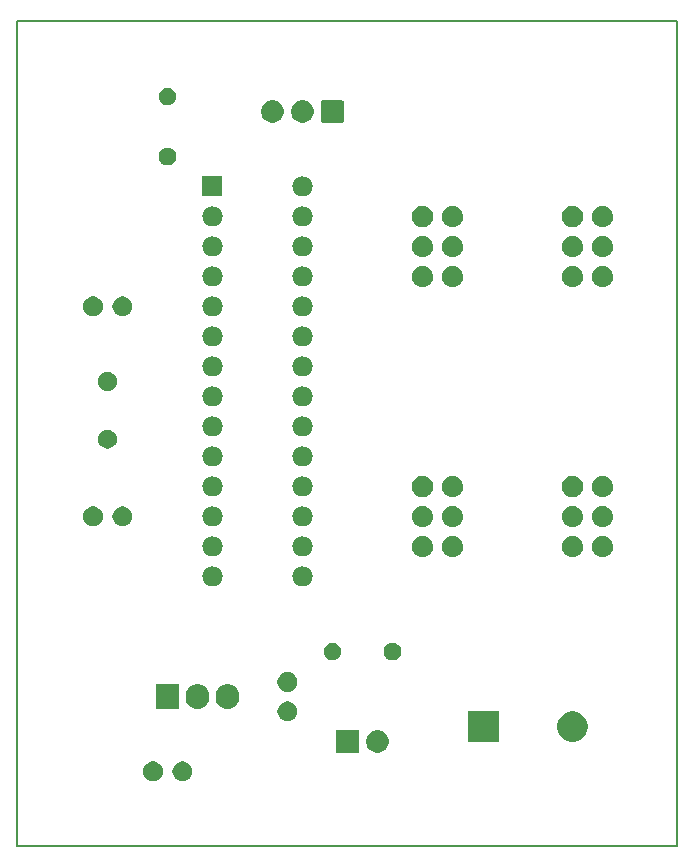
<source format=gbr>
%TF.GenerationSoftware,KiCad,Pcbnew,5.0.2-bee76a0~70~ubuntu18.04.1*%
%TF.CreationDate,2019-03-13T14:27:35-04:00*%
%TF.ProjectId,arduino-ir-relay,61726475-696e-46f2-9d69-722d72656c61,rev?*%
%TF.SameCoordinates,Original*%
%TF.FileFunction,Soldermask,Top*%
%TF.FilePolarity,Negative*%
%FSLAX46Y46*%
G04 Gerber Fmt 4.6, Leading zero omitted, Abs format (unit mm)*
G04 Created by KiCad (PCBNEW 5.0.2-bee76a0~70~ubuntu18.04.1) date Wed 13 Mar 2019 02:27:35 PM EDT*
%MOMM*%
%LPD*%
G01*
G04 APERTURE LIST*
%ADD10C,0.150000*%
G04 APERTURE END LIST*
D10*
X64770000Y-50800000D02*
X63500000Y-50800000D01*
X119380000Y-50800000D02*
X64770000Y-50800000D01*
X119380000Y-120650000D02*
X119380000Y-50800000D01*
X63500000Y-120650000D02*
X119380000Y-120650000D01*
X63500000Y-50800000D02*
X63500000Y-120650000D01*
G36*
X77718169Y-113481895D02*
X77873005Y-113546031D01*
X78012354Y-113639140D01*
X78130860Y-113757646D01*
X78223969Y-113896995D01*
X78288105Y-114051831D01*
X78320800Y-114216203D01*
X78320800Y-114383797D01*
X78288105Y-114548169D01*
X78223969Y-114703005D01*
X78130860Y-114842354D01*
X78012354Y-114960860D01*
X77873005Y-115053969D01*
X77718169Y-115118105D01*
X77553797Y-115150800D01*
X77386203Y-115150800D01*
X77221831Y-115118105D01*
X77066995Y-115053969D01*
X76927646Y-114960860D01*
X76809140Y-114842354D01*
X76716031Y-114703005D01*
X76651895Y-114548169D01*
X76619200Y-114383797D01*
X76619200Y-114216203D01*
X76651895Y-114051831D01*
X76716031Y-113896995D01*
X76809140Y-113757646D01*
X76927646Y-113639140D01*
X77066995Y-113546031D01*
X77221831Y-113481895D01*
X77386203Y-113449200D01*
X77553797Y-113449200D01*
X77718169Y-113481895D01*
X77718169Y-113481895D01*
G37*
G36*
X75218169Y-113481895D02*
X75373005Y-113546031D01*
X75512354Y-113639140D01*
X75630860Y-113757646D01*
X75723969Y-113896995D01*
X75788105Y-114051831D01*
X75820800Y-114216203D01*
X75820800Y-114383797D01*
X75788105Y-114548169D01*
X75723969Y-114703005D01*
X75630860Y-114842354D01*
X75512354Y-114960860D01*
X75373005Y-115053969D01*
X75218169Y-115118105D01*
X75053797Y-115150800D01*
X74886203Y-115150800D01*
X74721831Y-115118105D01*
X74566995Y-115053969D01*
X74427646Y-114960860D01*
X74309140Y-114842354D01*
X74216031Y-114703005D01*
X74151895Y-114548169D01*
X74119200Y-114383797D01*
X74119200Y-114216203D01*
X74151895Y-114051831D01*
X74216031Y-113896995D01*
X74309140Y-113757646D01*
X74427646Y-113639140D01*
X74566995Y-113546031D01*
X74721831Y-113481895D01*
X74886203Y-113449200D01*
X75053797Y-113449200D01*
X75218169Y-113481895D01*
X75218169Y-113481895D01*
G37*
G36*
X92390800Y-112710800D02*
X90489200Y-112710800D01*
X90489200Y-110809200D01*
X92390800Y-110809200D01*
X92390800Y-112710800D01*
X92390800Y-112710800D01*
G37*
G36*
X94257338Y-110845738D02*
X94430373Y-110917412D01*
X94586100Y-111021465D01*
X94718535Y-111153900D01*
X94822588Y-111309627D01*
X94894262Y-111482662D01*
X94930800Y-111666354D01*
X94930800Y-111853646D01*
X94894262Y-112037338D01*
X94822588Y-112210373D01*
X94718535Y-112366100D01*
X94586100Y-112498535D01*
X94430373Y-112602588D01*
X94257338Y-112674262D01*
X94073646Y-112710800D01*
X93886354Y-112710800D01*
X93702662Y-112674262D01*
X93529627Y-112602588D01*
X93373900Y-112498535D01*
X93241465Y-112366100D01*
X93137412Y-112210373D01*
X93065738Y-112037338D01*
X93029200Y-111853646D01*
X93029200Y-111666354D01*
X93065738Y-111482662D01*
X93137412Y-111309627D01*
X93241465Y-111153900D01*
X93373900Y-111021465D01*
X93529627Y-110917412D01*
X93702662Y-110845738D01*
X93886354Y-110809200D01*
X94073646Y-110809200D01*
X94257338Y-110845738D01*
X94257338Y-110845738D01*
G37*
G36*
X110869429Y-109239189D02*
X111106159Y-109337245D01*
X111319215Y-109479605D01*
X111500395Y-109660785D01*
X111642755Y-109873841D01*
X111740811Y-110110571D01*
X111790800Y-110361881D01*
X111790800Y-110618119D01*
X111740811Y-110869429D01*
X111642755Y-111106159D01*
X111500395Y-111319215D01*
X111319215Y-111500395D01*
X111106159Y-111642755D01*
X110869429Y-111740811D01*
X110618119Y-111790800D01*
X110361881Y-111790800D01*
X110110571Y-111740811D01*
X109873841Y-111642755D01*
X109660785Y-111500395D01*
X109479605Y-111319215D01*
X109337245Y-111106159D01*
X109239189Y-110869429D01*
X109189200Y-110618119D01*
X109189200Y-110361881D01*
X109239189Y-110110571D01*
X109337245Y-109873841D01*
X109479605Y-109660785D01*
X109660785Y-109479605D01*
X109873841Y-109337245D01*
X110110571Y-109239189D01*
X110361881Y-109189200D01*
X110618119Y-109189200D01*
X110869429Y-109239189D01*
X110869429Y-109239189D01*
G37*
G36*
X104290800Y-111790800D02*
X101689200Y-111790800D01*
X101689200Y-109189200D01*
X104290800Y-109189200D01*
X104290800Y-111790800D01*
X104290800Y-111790800D01*
G37*
G36*
X86608169Y-108401895D02*
X86763005Y-108466031D01*
X86902354Y-108559140D01*
X87020860Y-108677646D01*
X87113969Y-108816995D01*
X87178105Y-108971831D01*
X87210800Y-109136203D01*
X87210800Y-109303797D01*
X87178105Y-109468169D01*
X87113969Y-109623005D01*
X87020860Y-109762354D01*
X86902354Y-109880860D01*
X86763005Y-109973969D01*
X86608169Y-110038105D01*
X86443797Y-110070800D01*
X86276203Y-110070800D01*
X86111831Y-110038105D01*
X85956995Y-109973969D01*
X85817646Y-109880860D01*
X85699140Y-109762354D01*
X85606031Y-109623005D01*
X85541895Y-109468169D01*
X85509200Y-109303797D01*
X85509200Y-109136203D01*
X85541895Y-108971831D01*
X85606031Y-108816995D01*
X85699140Y-108677646D01*
X85817646Y-108559140D01*
X85956995Y-108466031D01*
X86111831Y-108401895D01*
X86276203Y-108369200D01*
X86443797Y-108369200D01*
X86608169Y-108401895D01*
X86608169Y-108401895D01*
G37*
G36*
X81476680Y-106913717D02*
X81602762Y-106951964D01*
X81665804Y-106971087D01*
X81840103Y-107064252D01*
X81992873Y-107189627D01*
X82118248Y-107342398D01*
X82211413Y-107516695D01*
X82227825Y-107570800D01*
X82268783Y-107705819D01*
X82283300Y-107853216D01*
X82283300Y-108046783D01*
X82268783Y-108194180D01*
X82230536Y-108320262D01*
X82211413Y-108383304D01*
X82118248Y-108557603D01*
X81992873Y-108710373D01*
X81840102Y-108835748D01*
X81665805Y-108928913D01*
X81602763Y-108948036D01*
X81476681Y-108986283D01*
X81280000Y-109005654D01*
X81083320Y-108986283D01*
X80957238Y-108948036D01*
X80894196Y-108928913D01*
X80719902Y-108835750D01*
X80719900Y-108835749D01*
X80567127Y-108710373D01*
X80567126Y-108710371D01*
X80567124Y-108710370D01*
X80441752Y-108557602D01*
X80348587Y-108383305D01*
X80329464Y-108320263D01*
X80291217Y-108194181D01*
X80276700Y-108046784D01*
X80276700Y-107853217D01*
X80291217Y-107705820D01*
X80348587Y-107516697D01*
X80348587Y-107516696D01*
X80441752Y-107342397D01*
X80567127Y-107189627D01*
X80719898Y-107064252D01*
X80894195Y-106971087D01*
X80957237Y-106951964D01*
X81083319Y-106913717D01*
X81280000Y-106894346D01*
X81476680Y-106913717D01*
X81476680Y-106913717D01*
G37*
G36*
X78936680Y-106913717D02*
X79062762Y-106951964D01*
X79125804Y-106971087D01*
X79300103Y-107064252D01*
X79452873Y-107189627D01*
X79578248Y-107342398D01*
X79671413Y-107516695D01*
X79687825Y-107570800D01*
X79728783Y-107705819D01*
X79743300Y-107853216D01*
X79743300Y-108046783D01*
X79728783Y-108194180D01*
X79690536Y-108320262D01*
X79671413Y-108383304D01*
X79578248Y-108557603D01*
X79452873Y-108710373D01*
X79300102Y-108835748D01*
X79125805Y-108928913D01*
X79062763Y-108948036D01*
X78936681Y-108986283D01*
X78740000Y-109005654D01*
X78543320Y-108986283D01*
X78417238Y-108948036D01*
X78354196Y-108928913D01*
X78179902Y-108835750D01*
X78179900Y-108835749D01*
X78027127Y-108710373D01*
X78027126Y-108710371D01*
X78027124Y-108710370D01*
X77901752Y-108557602D01*
X77808587Y-108383305D01*
X77789464Y-108320263D01*
X77751217Y-108194181D01*
X77736700Y-108046784D01*
X77736700Y-107853217D01*
X77751217Y-107705820D01*
X77808587Y-107516697D01*
X77808587Y-107516696D01*
X77901752Y-107342397D01*
X78027127Y-107189627D01*
X78179898Y-107064252D01*
X78354195Y-106971087D01*
X78417237Y-106951964D01*
X78543319Y-106913717D01*
X78740000Y-106894346D01*
X78936680Y-106913717D01*
X78936680Y-106913717D01*
G37*
G36*
X77203300Y-109000800D02*
X75196700Y-109000800D01*
X75196700Y-106899200D01*
X77203300Y-106899200D01*
X77203300Y-109000800D01*
X77203300Y-109000800D01*
G37*
G36*
X86608169Y-105901895D02*
X86763005Y-105966031D01*
X86902354Y-106059140D01*
X87020860Y-106177646D01*
X87113969Y-106316995D01*
X87178105Y-106471831D01*
X87210800Y-106636203D01*
X87210800Y-106803797D01*
X87178105Y-106968169D01*
X87113969Y-107123005D01*
X87020860Y-107262354D01*
X86902354Y-107380860D01*
X86763005Y-107473969D01*
X86608169Y-107538105D01*
X86443797Y-107570800D01*
X86276203Y-107570800D01*
X86111831Y-107538105D01*
X85956995Y-107473969D01*
X85817646Y-107380860D01*
X85699140Y-107262354D01*
X85606031Y-107123005D01*
X85541895Y-106968169D01*
X85509200Y-106803797D01*
X85509200Y-106636203D01*
X85541895Y-106471831D01*
X85606031Y-106316995D01*
X85699140Y-106177646D01*
X85817646Y-106059140D01*
X85956995Y-105966031D01*
X86111831Y-105901895D01*
X86276203Y-105869200D01*
X86443797Y-105869200D01*
X86608169Y-105901895D01*
X86608169Y-105901895D01*
G37*
G36*
X90388998Y-103418052D02*
X90389001Y-103418053D01*
X90389000Y-103418053D01*
X90525637Y-103474649D01*
X90582605Y-103512714D01*
X90648610Y-103556817D01*
X90753183Y-103661390D01*
X90753185Y-103661393D01*
X90835351Y-103784363D01*
X90863073Y-103851291D01*
X90891948Y-103921002D01*
X90920800Y-104066051D01*
X90920800Y-104213949D01*
X90891948Y-104358998D01*
X90891947Y-104359000D01*
X90835351Y-104495637D01*
X90792919Y-104559141D01*
X90753183Y-104618610D01*
X90648610Y-104723183D01*
X90648607Y-104723185D01*
X90525637Y-104805351D01*
X90419954Y-104849126D01*
X90388998Y-104861948D01*
X90243949Y-104890800D01*
X90096051Y-104890800D01*
X89951002Y-104861948D01*
X89920046Y-104849126D01*
X89814363Y-104805351D01*
X89691393Y-104723185D01*
X89691390Y-104723183D01*
X89586817Y-104618610D01*
X89547081Y-104559141D01*
X89504649Y-104495637D01*
X89448053Y-104359000D01*
X89448052Y-104358998D01*
X89419200Y-104213949D01*
X89419200Y-104066051D01*
X89448052Y-103921002D01*
X89476927Y-103851291D01*
X89504649Y-103784363D01*
X89586815Y-103661393D01*
X89586817Y-103661390D01*
X89691390Y-103556817D01*
X89757395Y-103512714D01*
X89814363Y-103474649D01*
X89951000Y-103418053D01*
X89950999Y-103418053D01*
X89951002Y-103418052D01*
X90096051Y-103389200D01*
X90243949Y-103389200D01*
X90388998Y-103418052D01*
X90388998Y-103418052D01*
G37*
G36*
X95342029Y-103394632D02*
X95397182Y-103400064D01*
X95456480Y-103418052D01*
X95538710Y-103442996D01*
X95597929Y-103474650D01*
X95669140Y-103512713D01*
X95722881Y-103556817D01*
X95783464Y-103606536D01*
X95877286Y-103720859D01*
X95947004Y-103851290D01*
X95989936Y-103992819D01*
X96004432Y-104140000D01*
X95989936Y-104287181D01*
X95947004Y-104428710D01*
X95911230Y-104495637D01*
X95877287Y-104559140D01*
X95783464Y-104673464D01*
X95669140Y-104767287D01*
X95608427Y-104799739D01*
X95538710Y-104837004D01*
X95397182Y-104879936D01*
X95342029Y-104885368D01*
X95286878Y-104890800D01*
X95213122Y-104890800D01*
X95157971Y-104885368D01*
X95102818Y-104879936D01*
X94961290Y-104837004D01*
X94891573Y-104799739D01*
X94830860Y-104767287D01*
X94716536Y-104673464D01*
X94622713Y-104559140D01*
X94588770Y-104495637D01*
X94552996Y-104428710D01*
X94510064Y-104287181D01*
X94495568Y-104140000D01*
X94510064Y-103992819D01*
X94552996Y-103851290D01*
X94622714Y-103720859D01*
X94716536Y-103606536D01*
X94777119Y-103556817D01*
X94830860Y-103512713D01*
X94902071Y-103474650D01*
X94961290Y-103442996D01*
X95043520Y-103418052D01*
X95102818Y-103400064D01*
X95157971Y-103394632D01*
X95213122Y-103389200D01*
X95286878Y-103389200D01*
X95342029Y-103394632D01*
X95342029Y-103394632D01*
G37*
G36*
X87796787Y-96951510D02*
X87957160Y-97000160D01*
X87957162Y-97000161D01*
X88104966Y-97079163D01*
X88234517Y-97185483D01*
X88340837Y-97315034D01*
X88419839Y-97462838D01*
X88419840Y-97462840D01*
X88468490Y-97623213D01*
X88484916Y-97790000D01*
X88468490Y-97956787D01*
X88419840Y-98117160D01*
X88419839Y-98117162D01*
X88340837Y-98264966D01*
X88234517Y-98394517D01*
X88104966Y-98500837D01*
X87957162Y-98579839D01*
X87957160Y-98579840D01*
X87796787Y-98628490D01*
X87671794Y-98640800D01*
X87588206Y-98640800D01*
X87463213Y-98628490D01*
X87302840Y-98579840D01*
X87302838Y-98579839D01*
X87155034Y-98500837D01*
X87025483Y-98394517D01*
X86919163Y-98264966D01*
X86840161Y-98117162D01*
X86840160Y-98117160D01*
X86791510Y-97956787D01*
X86775084Y-97790000D01*
X86791510Y-97623213D01*
X86840160Y-97462840D01*
X86840161Y-97462838D01*
X86919163Y-97315034D01*
X87025483Y-97185483D01*
X87155034Y-97079163D01*
X87302838Y-97000161D01*
X87302840Y-97000160D01*
X87463213Y-96951510D01*
X87588206Y-96939200D01*
X87671794Y-96939200D01*
X87796787Y-96951510D01*
X87796787Y-96951510D01*
G37*
G36*
X80176787Y-96951510D02*
X80337160Y-97000160D01*
X80337162Y-97000161D01*
X80484966Y-97079163D01*
X80614517Y-97185483D01*
X80720837Y-97315034D01*
X80799839Y-97462838D01*
X80799840Y-97462840D01*
X80848490Y-97623213D01*
X80864916Y-97790000D01*
X80848490Y-97956787D01*
X80799840Y-98117160D01*
X80799839Y-98117162D01*
X80720837Y-98264966D01*
X80614517Y-98394517D01*
X80484966Y-98500837D01*
X80337162Y-98579839D01*
X80337160Y-98579840D01*
X80176787Y-98628490D01*
X80051794Y-98640800D01*
X79968206Y-98640800D01*
X79843213Y-98628490D01*
X79682840Y-98579840D01*
X79682838Y-98579839D01*
X79535034Y-98500837D01*
X79405483Y-98394517D01*
X79299163Y-98264966D01*
X79220161Y-98117162D01*
X79220160Y-98117160D01*
X79171510Y-97956787D01*
X79155084Y-97790000D01*
X79171510Y-97623213D01*
X79220160Y-97462840D01*
X79220161Y-97462838D01*
X79299163Y-97315034D01*
X79405483Y-97185483D01*
X79535034Y-97079163D01*
X79682838Y-97000161D01*
X79682840Y-97000160D01*
X79843213Y-96951510D01*
X79968206Y-96939200D01*
X80051794Y-96939200D01*
X80176787Y-96951510D01*
X80176787Y-96951510D01*
G37*
G36*
X100418362Y-94353545D02*
X100506588Y-94362234D01*
X100619789Y-94396573D01*
X100676390Y-94413743D01*
X100763229Y-94460160D01*
X100832879Y-94497389D01*
X100868609Y-94526712D01*
X100970044Y-94609956D01*
X101053288Y-94711391D01*
X101082611Y-94747121D01*
X101082612Y-94747123D01*
X101166257Y-94903610D01*
X101172090Y-94922840D01*
X101217766Y-95073412D01*
X101235158Y-95250000D01*
X101217766Y-95426588D01*
X101183427Y-95539789D01*
X101166257Y-95596390D01*
X101097531Y-95724966D01*
X101082611Y-95752879D01*
X101053288Y-95788609D01*
X100970044Y-95890044D01*
X100883783Y-95960835D01*
X100832879Y-96002611D01*
X100832877Y-96002612D01*
X100676390Y-96086257D01*
X100628448Y-96100800D01*
X100506588Y-96137766D01*
X100418362Y-96146455D01*
X100374250Y-96150800D01*
X100285750Y-96150800D01*
X100241638Y-96146455D01*
X100153412Y-96137766D01*
X100031552Y-96100800D01*
X99983610Y-96086257D01*
X99827123Y-96002612D01*
X99827121Y-96002611D01*
X99776217Y-95960835D01*
X99689956Y-95890044D01*
X99606712Y-95788609D01*
X99577389Y-95752879D01*
X99562469Y-95724966D01*
X99493743Y-95596390D01*
X99476573Y-95539789D01*
X99442234Y-95426588D01*
X99424842Y-95250000D01*
X99442234Y-95073412D01*
X99487910Y-94922840D01*
X99493743Y-94903610D01*
X99577388Y-94747123D01*
X99577389Y-94747121D01*
X99606712Y-94711391D01*
X99689956Y-94609956D01*
X99791391Y-94526712D01*
X99827121Y-94497389D01*
X99896771Y-94460160D01*
X99983610Y-94413743D01*
X100040211Y-94396573D01*
X100153412Y-94362234D01*
X100241638Y-94353545D01*
X100285750Y-94349200D01*
X100374250Y-94349200D01*
X100418362Y-94353545D01*
X100418362Y-94353545D01*
G37*
G36*
X97878362Y-94353545D02*
X97966588Y-94362234D01*
X98079789Y-94396573D01*
X98136390Y-94413743D01*
X98223229Y-94460160D01*
X98292879Y-94497389D01*
X98328609Y-94526712D01*
X98430044Y-94609956D01*
X98513288Y-94711391D01*
X98542611Y-94747121D01*
X98542612Y-94747123D01*
X98626257Y-94903610D01*
X98632090Y-94922840D01*
X98677766Y-95073412D01*
X98695158Y-95250000D01*
X98677766Y-95426588D01*
X98643427Y-95539789D01*
X98626257Y-95596390D01*
X98557531Y-95724966D01*
X98542611Y-95752879D01*
X98513288Y-95788609D01*
X98430044Y-95890044D01*
X98343783Y-95960835D01*
X98292879Y-96002611D01*
X98292877Y-96002612D01*
X98136390Y-96086257D01*
X98088448Y-96100800D01*
X97966588Y-96137766D01*
X97878362Y-96146455D01*
X97834250Y-96150800D01*
X97745750Y-96150800D01*
X97701638Y-96146455D01*
X97613412Y-96137766D01*
X97491552Y-96100800D01*
X97443610Y-96086257D01*
X97287123Y-96002612D01*
X97287121Y-96002611D01*
X97236217Y-95960835D01*
X97149956Y-95890044D01*
X97066712Y-95788609D01*
X97037389Y-95752879D01*
X97022469Y-95724966D01*
X96953743Y-95596390D01*
X96936573Y-95539789D01*
X96902234Y-95426588D01*
X96884842Y-95250000D01*
X96902234Y-95073412D01*
X96947910Y-94922840D01*
X96953743Y-94903610D01*
X97037388Y-94747123D01*
X97037389Y-94747121D01*
X97066712Y-94711391D01*
X97149956Y-94609956D01*
X97251391Y-94526712D01*
X97287121Y-94497389D01*
X97356771Y-94460160D01*
X97443610Y-94413743D01*
X97500211Y-94396573D01*
X97613412Y-94362234D01*
X97701638Y-94353545D01*
X97745750Y-94349200D01*
X97834250Y-94349200D01*
X97878362Y-94353545D01*
X97878362Y-94353545D01*
G37*
G36*
X113118362Y-94353545D02*
X113206588Y-94362234D01*
X113319789Y-94396573D01*
X113376390Y-94413743D01*
X113463229Y-94460160D01*
X113532879Y-94497389D01*
X113568609Y-94526712D01*
X113670044Y-94609956D01*
X113753288Y-94711391D01*
X113782611Y-94747121D01*
X113782612Y-94747123D01*
X113866257Y-94903610D01*
X113872090Y-94922840D01*
X113917766Y-95073412D01*
X113935158Y-95250000D01*
X113917766Y-95426588D01*
X113883427Y-95539789D01*
X113866257Y-95596390D01*
X113797531Y-95724966D01*
X113782611Y-95752879D01*
X113753288Y-95788609D01*
X113670044Y-95890044D01*
X113583783Y-95960835D01*
X113532879Y-96002611D01*
X113532877Y-96002612D01*
X113376390Y-96086257D01*
X113328448Y-96100800D01*
X113206588Y-96137766D01*
X113118362Y-96146455D01*
X113074250Y-96150800D01*
X112985750Y-96150800D01*
X112941638Y-96146455D01*
X112853412Y-96137766D01*
X112731552Y-96100800D01*
X112683610Y-96086257D01*
X112527123Y-96002612D01*
X112527121Y-96002611D01*
X112476217Y-95960835D01*
X112389956Y-95890044D01*
X112306712Y-95788609D01*
X112277389Y-95752879D01*
X112262469Y-95724966D01*
X112193743Y-95596390D01*
X112176573Y-95539789D01*
X112142234Y-95426588D01*
X112124842Y-95250000D01*
X112142234Y-95073412D01*
X112187910Y-94922840D01*
X112193743Y-94903610D01*
X112277388Y-94747123D01*
X112277389Y-94747121D01*
X112306712Y-94711391D01*
X112389956Y-94609956D01*
X112491391Y-94526712D01*
X112527121Y-94497389D01*
X112596771Y-94460160D01*
X112683610Y-94413743D01*
X112740211Y-94396573D01*
X112853412Y-94362234D01*
X112941638Y-94353545D01*
X112985750Y-94349200D01*
X113074250Y-94349200D01*
X113118362Y-94353545D01*
X113118362Y-94353545D01*
G37*
G36*
X110578362Y-94353545D02*
X110666588Y-94362234D01*
X110779789Y-94396573D01*
X110836390Y-94413743D01*
X110923229Y-94460160D01*
X110992879Y-94497389D01*
X111028609Y-94526712D01*
X111130044Y-94609956D01*
X111213288Y-94711391D01*
X111242611Y-94747121D01*
X111242612Y-94747123D01*
X111326257Y-94903610D01*
X111332090Y-94922840D01*
X111377766Y-95073412D01*
X111395158Y-95250000D01*
X111377766Y-95426588D01*
X111343427Y-95539789D01*
X111326257Y-95596390D01*
X111257531Y-95724966D01*
X111242611Y-95752879D01*
X111213288Y-95788609D01*
X111130044Y-95890044D01*
X111043783Y-95960835D01*
X110992879Y-96002611D01*
X110992877Y-96002612D01*
X110836390Y-96086257D01*
X110788448Y-96100800D01*
X110666588Y-96137766D01*
X110578362Y-96146455D01*
X110534250Y-96150800D01*
X110445750Y-96150800D01*
X110401638Y-96146455D01*
X110313412Y-96137766D01*
X110191552Y-96100800D01*
X110143610Y-96086257D01*
X109987123Y-96002612D01*
X109987121Y-96002611D01*
X109936217Y-95960835D01*
X109849956Y-95890044D01*
X109766712Y-95788609D01*
X109737389Y-95752879D01*
X109722469Y-95724966D01*
X109653743Y-95596390D01*
X109636573Y-95539789D01*
X109602234Y-95426588D01*
X109584842Y-95250000D01*
X109602234Y-95073412D01*
X109647910Y-94922840D01*
X109653743Y-94903610D01*
X109737388Y-94747123D01*
X109737389Y-94747121D01*
X109766712Y-94711391D01*
X109849956Y-94609956D01*
X109951391Y-94526712D01*
X109987121Y-94497389D01*
X110056771Y-94460160D01*
X110143610Y-94413743D01*
X110200211Y-94396573D01*
X110313412Y-94362234D01*
X110401638Y-94353545D01*
X110445750Y-94349200D01*
X110534250Y-94349200D01*
X110578362Y-94353545D01*
X110578362Y-94353545D01*
G37*
G36*
X80176787Y-94411510D02*
X80337160Y-94460160D01*
X80337162Y-94460161D01*
X80484966Y-94539163D01*
X80614517Y-94645483D01*
X80720837Y-94775034D01*
X80789562Y-94903611D01*
X80799840Y-94922840D01*
X80848490Y-95083213D01*
X80864916Y-95250000D01*
X80848490Y-95416787D01*
X80799840Y-95577160D01*
X80799839Y-95577162D01*
X80720837Y-95724966D01*
X80614517Y-95854517D01*
X80484966Y-95960837D01*
X80337162Y-96039839D01*
X80337160Y-96039840D01*
X80176787Y-96088490D01*
X80051794Y-96100800D01*
X79968206Y-96100800D01*
X79843213Y-96088490D01*
X79682840Y-96039840D01*
X79682838Y-96039839D01*
X79535034Y-95960837D01*
X79405483Y-95854517D01*
X79299163Y-95724966D01*
X79220161Y-95577162D01*
X79220160Y-95577160D01*
X79171510Y-95416787D01*
X79155084Y-95250000D01*
X79171510Y-95083213D01*
X79220160Y-94922840D01*
X79230438Y-94903611D01*
X79299163Y-94775034D01*
X79405483Y-94645483D01*
X79535034Y-94539163D01*
X79682838Y-94460161D01*
X79682840Y-94460160D01*
X79843213Y-94411510D01*
X79968206Y-94399200D01*
X80051794Y-94399200D01*
X80176787Y-94411510D01*
X80176787Y-94411510D01*
G37*
G36*
X87796787Y-94411510D02*
X87957160Y-94460160D01*
X87957162Y-94460161D01*
X88104966Y-94539163D01*
X88234517Y-94645483D01*
X88340837Y-94775034D01*
X88409562Y-94903611D01*
X88419840Y-94922840D01*
X88468490Y-95083213D01*
X88484916Y-95250000D01*
X88468490Y-95416787D01*
X88419840Y-95577160D01*
X88419839Y-95577162D01*
X88340837Y-95724966D01*
X88234517Y-95854517D01*
X88104966Y-95960837D01*
X87957162Y-96039839D01*
X87957160Y-96039840D01*
X87796787Y-96088490D01*
X87671794Y-96100800D01*
X87588206Y-96100800D01*
X87463213Y-96088490D01*
X87302840Y-96039840D01*
X87302838Y-96039839D01*
X87155034Y-95960837D01*
X87025483Y-95854517D01*
X86919163Y-95724966D01*
X86840161Y-95577162D01*
X86840160Y-95577160D01*
X86791510Y-95416787D01*
X86775084Y-95250000D01*
X86791510Y-95083213D01*
X86840160Y-94922840D01*
X86850438Y-94903611D01*
X86919163Y-94775034D01*
X87025483Y-94645483D01*
X87155034Y-94539163D01*
X87302838Y-94460161D01*
X87302840Y-94460160D01*
X87463213Y-94411510D01*
X87588206Y-94399200D01*
X87671794Y-94399200D01*
X87796787Y-94411510D01*
X87796787Y-94411510D01*
G37*
G36*
X97878362Y-91813545D02*
X97966588Y-91822234D01*
X98079789Y-91856573D01*
X98136390Y-91873743D01*
X98170351Y-91891896D01*
X98292879Y-91957389D01*
X98328609Y-91986712D01*
X98430044Y-92069956D01*
X98510213Y-92167644D01*
X98542611Y-92207121D01*
X98542612Y-92207123D01*
X98626257Y-92363610D01*
X98632090Y-92382840D01*
X98677766Y-92533412D01*
X98695158Y-92710000D01*
X98677766Y-92886588D01*
X98656052Y-92958169D01*
X98626257Y-93056390D01*
X98595995Y-93113005D01*
X98542611Y-93212879D01*
X98513288Y-93248609D01*
X98430044Y-93350044D01*
X98343783Y-93420835D01*
X98292879Y-93462611D01*
X98292877Y-93462612D01*
X98136390Y-93546257D01*
X98088448Y-93560800D01*
X97966588Y-93597766D01*
X97878362Y-93606455D01*
X97834250Y-93610800D01*
X97745750Y-93610800D01*
X97701638Y-93606455D01*
X97613412Y-93597766D01*
X97491552Y-93560800D01*
X97443610Y-93546257D01*
X97287123Y-93462612D01*
X97287121Y-93462611D01*
X97236217Y-93420835D01*
X97149956Y-93350044D01*
X97066712Y-93248609D01*
X97037389Y-93212879D01*
X96984005Y-93113005D01*
X96953743Y-93056390D01*
X96923948Y-92958169D01*
X96902234Y-92886588D01*
X96884842Y-92710000D01*
X96902234Y-92533412D01*
X96947910Y-92382840D01*
X96953743Y-92363610D01*
X97037388Y-92207123D01*
X97037389Y-92207121D01*
X97069787Y-92167644D01*
X97149956Y-92069956D01*
X97251391Y-91986712D01*
X97287121Y-91957389D01*
X97409649Y-91891896D01*
X97443610Y-91873743D01*
X97500211Y-91856573D01*
X97613412Y-91822234D01*
X97701638Y-91813545D01*
X97745750Y-91809200D01*
X97834250Y-91809200D01*
X97878362Y-91813545D01*
X97878362Y-91813545D01*
G37*
G36*
X113118362Y-91813545D02*
X113206588Y-91822234D01*
X113319789Y-91856573D01*
X113376390Y-91873743D01*
X113410351Y-91891896D01*
X113532879Y-91957389D01*
X113568609Y-91986712D01*
X113670044Y-92069956D01*
X113750213Y-92167644D01*
X113782611Y-92207121D01*
X113782612Y-92207123D01*
X113866257Y-92363610D01*
X113872090Y-92382840D01*
X113917766Y-92533412D01*
X113935158Y-92710000D01*
X113917766Y-92886588D01*
X113896052Y-92958169D01*
X113866257Y-93056390D01*
X113835995Y-93113005D01*
X113782611Y-93212879D01*
X113753288Y-93248609D01*
X113670044Y-93350044D01*
X113583783Y-93420835D01*
X113532879Y-93462611D01*
X113532877Y-93462612D01*
X113376390Y-93546257D01*
X113328448Y-93560800D01*
X113206588Y-93597766D01*
X113118362Y-93606455D01*
X113074250Y-93610800D01*
X112985750Y-93610800D01*
X112941638Y-93606455D01*
X112853412Y-93597766D01*
X112731552Y-93560800D01*
X112683610Y-93546257D01*
X112527123Y-93462612D01*
X112527121Y-93462611D01*
X112476217Y-93420835D01*
X112389956Y-93350044D01*
X112306712Y-93248609D01*
X112277389Y-93212879D01*
X112224005Y-93113005D01*
X112193743Y-93056390D01*
X112163948Y-92958169D01*
X112142234Y-92886588D01*
X112124842Y-92710000D01*
X112142234Y-92533412D01*
X112187910Y-92382840D01*
X112193743Y-92363610D01*
X112277388Y-92207123D01*
X112277389Y-92207121D01*
X112309787Y-92167644D01*
X112389956Y-92069956D01*
X112491391Y-91986712D01*
X112527121Y-91957389D01*
X112649649Y-91891896D01*
X112683610Y-91873743D01*
X112740211Y-91856573D01*
X112853412Y-91822234D01*
X112941638Y-91813545D01*
X112985750Y-91809200D01*
X113074250Y-91809200D01*
X113118362Y-91813545D01*
X113118362Y-91813545D01*
G37*
G36*
X110578362Y-91813545D02*
X110666588Y-91822234D01*
X110779789Y-91856573D01*
X110836390Y-91873743D01*
X110870351Y-91891896D01*
X110992879Y-91957389D01*
X111028609Y-91986712D01*
X111130044Y-92069956D01*
X111210213Y-92167644D01*
X111242611Y-92207121D01*
X111242612Y-92207123D01*
X111326257Y-92363610D01*
X111332090Y-92382840D01*
X111377766Y-92533412D01*
X111395158Y-92710000D01*
X111377766Y-92886588D01*
X111356052Y-92958169D01*
X111326257Y-93056390D01*
X111295995Y-93113005D01*
X111242611Y-93212879D01*
X111213288Y-93248609D01*
X111130044Y-93350044D01*
X111043783Y-93420835D01*
X110992879Y-93462611D01*
X110992877Y-93462612D01*
X110836390Y-93546257D01*
X110788448Y-93560800D01*
X110666588Y-93597766D01*
X110578362Y-93606455D01*
X110534250Y-93610800D01*
X110445750Y-93610800D01*
X110401638Y-93606455D01*
X110313412Y-93597766D01*
X110191552Y-93560800D01*
X110143610Y-93546257D01*
X109987123Y-93462612D01*
X109987121Y-93462611D01*
X109936217Y-93420835D01*
X109849956Y-93350044D01*
X109766712Y-93248609D01*
X109737389Y-93212879D01*
X109684005Y-93113005D01*
X109653743Y-93056390D01*
X109623948Y-92958169D01*
X109602234Y-92886588D01*
X109584842Y-92710000D01*
X109602234Y-92533412D01*
X109647910Y-92382840D01*
X109653743Y-92363610D01*
X109737388Y-92207123D01*
X109737389Y-92207121D01*
X109769787Y-92167644D01*
X109849956Y-92069956D01*
X109951391Y-91986712D01*
X109987121Y-91957389D01*
X110109649Y-91891896D01*
X110143610Y-91873743D01*
X110200211Y-91856573D01*
X110313412Y-91822234D01*
X110401638Y-91813545D01*
X110445750Y-91809200D01*
X110534250Y-91809200D01*
X110578362Y-91813545D01*
X110578362Y-91813545D01*
G37*
G36*
X100418362Y-91813545D02*
X100506588Y-91822234D01*
X100619789Y-91856573D01*
X100676390Y-91873743D01*
X100710351Y-91891896D01*
X100832879Y-91957389D01*
X100868609Y-91986712D01*
X100970044Y-92069956D01*
X101050213Y-92167644D01*
X101082611Y-92207121D01*
X101082612Y-92207123D01*
X101166257Y-92363610D01*
X101172090Y-92382840D01*
X101217766Y-92533412D01*
X101235158Y-92710000D01*
X101217766Y-92886588D01*
X101196052Y-92958169D01*
X101166257Y-93056390D01*
X101135995Y-93113005D01*
X101082611Y-93212879D01*
X101053288Y-93248609D01*
X100970044Y-93350044D01*
X100883783Y-93420835D01*
X100832879Y-93462611D01*
X100832877Y-93462612D01*
X100676390Y-93546257D01*
X100628448Y-93560800D01*
X100506588Y-93597766D01*
X100418362Y-93606455D01*
X100374250Y-93610800D01*
X100285750Y-93610800D01*
X100241638Y-93606455D01*
X100153412Y-93597766D01*
X100031552Y-93560800D01*
X99983610Y-93546257D01*
X99827123Y-93462612D01*
X99827121Y-93462611D01*
X99776217Y-93420835D01*
X99689956Y-93350044D01*
X99606712Y-93248609D01*
X99577389Y-93212879D01*
X99524005Y-93113005D01*
X99493743Y-93056390D01*
X99463948Y-92958169D01*
X99442234Y-92886588D01*
X99424842Y-92710000D01*
X99442234Y-92533412D01*
X99487910Y-92382840D01*
X99493743Y-92363610D01*
X99577388Y-92207123D01*
X99577389Y-92207121D01*
X99609787Y-92167644D01*
X99689956Y-92069956D01*
X99791391Y-91986712D01*
X99827121Y-91957389D01*
X99949649Y-91891896D01*
X99983610Y-91873743D01*
X100040211Y-91856573D01*
X100153412Y-91822234D01*
X100241638Y-91813545D01*
X100285750Y-91809200D01*
X100374250Y-91809200D01*
X100418362Y-91813545D01*
X100418362Y-91813545D01*
G37*
G36*
X87796787Y-91871510D02*
X87957160Y-91920160D01*
X87957162Y-91920161D01*
X88104966Y-91999163D01*
X88234517Y-92105483D01*
X88340837Y-92235034D01*
X88409562Y-92363611D01*
X88419840Y-92382840D01*
X88468490Y-92543213D01*
X88484916Y-92710000D01*
X88468490Y-92876787D01*
X88419840Y-93037160D01*
X88419839Y-93037162D01*
X88340837Y-93184966D01*
X88234517Y-93314517D01*
X88104966Y-93420837D01*
X87957162Y-93499839D01*
X87957160Y-93499840D01*
X87796787Y-93548490D01*
X87671794Y-93560800D01*
X87588206Y-93560800D01*
X87463213Y-93548490D01*
X87302840Y-93499840D01*
X87302838Y-93499839D01*
X87155034Y-93420837D01*
X87025483Y-93314517D01*
X86919163Y-93184966D01*
X86840161Y-93037162D01*
X86840160Y-93037160D01*
X86791510Y-92876787D01*
X86775084Y-92710000D01*
X86791510Y-92543213D01*
X86840160Y-92382840D01*
X86850438Y-92363611D01*
X86919163Y-92235034D01*
X87025483Y-92105483D01*
X87155034Y-91999163D01*
X87302838Y-91920161D01*
X87302840Y-91920160D01*
X87463213Y-91871510D01*
X87588206Y-91859200D01*
X87671794Y-91859200D01*
X87796787Y-91871510D01*
X87796787Y-91871510D01*
G37*
G36*
X80176787Y-91871510D02*
X80337160Y-91920160D01*
X80337162Y-91920161D01*
X80484966Y-91999163D01*
X80614517Y-92105483D01*
X80720837Y-92235034D01*
X80789562Y-92363611D01*
X80799840Y-92382840D01*
X80848490Y-92543213D01*
X80864916Y-92710000D01*
X80848490Y-92876787D01*
X80799840Y-93037160D01*
X80799839Y-93037162D01*
X80720837Y-93184966D01*
X80614517Y-93314517D01*
X80484966Y-93420837D01*
X80337162Y-93499839D01*
X80337160Y-93499840D01*
X80176787Y-93548490D01*
X80051794Y-93560800D01*
X79968206Y-93560800D01*
X79843213Y-93548490D01*
X79682840Y-93499840D01*
X79682838Y-93499839D01*
X79535034Y-93420837D01*
X79405483Y-93314517D01*
X79299163Y-93184966D01*
X79220161Y-93037162D01*
X79220160Y-93037160D01*
X79171510Y-92876787D01*
X79155084Y-92710000D01*
X79171510Y-92543213D01*
X79220160Y-92382840D01*
X79230438Y-92363611D01*
X79299163Y-92235034D01*
X79405483Y-92105483D01*
X79535034Y-91999163D01*
X79682838Y-91920161D01*
X79682840Y-91920160D01*
X79843213Y-91871510D01*
X79968206Y-91859200D01*
X80051794Y-91859200D01*
X80176787Y-91871510D01*
X80176787Y-91871510D01*
G37*
G36*
X70138169Y-91891895D02*
X70293005Y-91956031D01*
X70432354Y-92049140D01*
X70550860Y-92167646D01*
X70643969Y-92306995D01*
X70708105Y-92461831D01*
X70740800Y-92626203D01*
X70740800Y-92793797D01*
X70708105Y-92958169D01*
X70643969Y-93113005D01*
X70550860Y-93252354D01*
X70432354Y-93370860D01*
X70293005Y-93463969D01*
X70138169Y-93528105D01*
X69973797Y-93560800D01*
X69806203Y-93560800D01*
X69641831Y-93528105D01*
X69486995Y-93463969D01*
X69347646Y-93370860D01*
X69229140Y-93252354D01*
X69136031Y-93113005D01*
X69071895Y-92958169D01*
X69039200Y-92793797D01*
X69039200Y-92626203D01*
X69071895Y-92461831D01*
X69136031Y-92306995D01*
X69229140Y-92167646D01*
X69347646Y-92049140D01*
X69486995Y-91956031D01*
X69641831Y-91891895D01*
X69806203Y-91859200D01*
X69973797Y-91859200D01*
X70138169Y-91891895D01*
X70138169Y-91891895D01*
G37*
G36*
X72638169Y-91891895D02*
X72793005Y-91956031D01*
X72932354Y-92049140D01*
X73050860Y-92167646D01*
X73143969Y-92306995D01*
X73208105Y-92461831D01*
X73240800Y-92626203D01*
X73240800Y-92793797D01*
X73208105Y-92958169D01*
X73143969Y-93113005D01*
X73050860Y-93252354D01*
X72932354Y-93370860D01*
X72793005Y-93463969D01*
X72638169Y-93528105D01*
X72473797Y-93560800D01*
X72306203Y-93560800D01*
X72141831Y-93528105D01*
X71986995Y-93463969D01*
X71847646Y-93370860D01*
X71729140Y-93252354D01*
X71636031Y-93113005D01*
X71571895Y-92958169D01*
X71539200Y-92793797D01*
X71539200Y-92626203D01*
X71571895Y-92461831D01*
X71636031Y-92306995D01*
X71729140Y-92167646D01*
X71847646Y-92049140D01*
X71986995Y-91956031D01*
X72141831Y-91891895D01*
X72306203Y-91859200D01*
X72473797Y-91859200D01*
X72638169Y-91891895D01*
X72638169Y-91891895D01*
G37*
G36*
X110622229Y-89277854D02*
X110752754Y-89303817D01*
X110916689Y-89371721D01*
X111064227Y-89470303D01*
X111189697Y-89595773D01*
X111288279Y-89743311D01*
X111356183Y-89907246D01*
X111390800Y-90081279D01*
X111390800Y-90258721D01*
X111356183Y-90432754D01*
X111288279Y-90596689D01*
X111189697Y-90744227D01*
X111064227Y-90869697D01*
X110916689Y-90968279D01*
X110752754Y-91036183D01*
X110622229Y-91062146D01*
X110578722Y-91070800D01*
X110401278Y-91070800D01*
X110357771Y-91062146D01*
X110227246Y-91036183D01*
X110063311Y-90968279D01*
X109915773Y-90869697D01*
X109790303Y-90744227D01*
X109691721Y-90596689D01*
X109623817Y-90432754D01*
X109589200Y-90258721D01*
X109589200Y-90081279D01*
X109623817Y-89907246D01*
X109691721Y-89743311D01*
X109790303Y-89595773D01*
X109915773Y-89470303D01*
X110063311Y-89371721D01*
X110227246Y-89303817D01*
X110357771Y-89277854D01*
X110401278Y-89269200D01*
X110578722Y-89269200D01*
X110622229Y-89277854D01*
X110622229Y-89277854D01*
G37*
G36*
X113118362Y-89273545D02*
X113206588Y-89282234D01*
X113319789Y-89316573D01*
X113376390Y-89333743D01*
X113463229Y-89380160D01*
X113532879Y-89417389D01*
X113568609Y-89446712D01*
X113670044Y-89529956D01*
X113753288Y-89631391D01*
X113782611Y-89667121D01*
X113782612Y-89667123D01*
X113866257Y-89823610D01*
X113872090Y-89842840D01*
X113917766Y-89993412D01*
X113935158Y-90170000D01*
X113917766Y-90346588D01*
X113883427Y-90459789D01*
X113866257Y-90516390D01*
X113823336Y-90596689D01*
X113782611Y-90672879D01*
X113753288Y-90708609D01*
X113670044Y-90810044D01*
X113597355Y-90869697D01*
X113532879Y-90922611D01*
X113532877Y-90922612D01*
X113376390Y-91006257D01*
X113328448Y-91020800D01*
X113206588Y-91057766D01*
X113118362Y-91066455D01*
X113074250Y-91070800D01*
X112985750Y-91070800D01*
X112941638Y-91066455D01*
X112853412Y-91057766D01*
X112731552Y-91020800D01*
X112683610Y-91006257D01*
X112527123Y-90922612D01*
X112527121Y-90922611D01*
X112462645Y-90869697D01*
X112389956Y-90810044D01*
X112306712Y-90708609D01*
X112277389Y-90672879D01*
X112236664Y-90596689D01*
X112193743Y-90516390D01*
X112176573Y-90459789D01*
X112142234Y-90346588D01*
X112124842Y-90170000D01*
X112142234Y-89993412D01*
X112187910Y-89842840D01*
X112193743Y-89823610D01*
X112277388Y-89667123D01*
X112277389Y-89667121D01*
X112306712Y-89631391D01*
X112389956Y-89529956D01*
X112491391Y-89446712D01*
X112527121Y-89417389D01*
X112596771Y-89380160D01*
X112683610Y-89333743D01*
X112740211Y-89316573D01*
X112853412Y-89282234D01*
X112941638Y-89273545D01*
X112985750Y-89269200D01*
X113074250Y-89269200D01*
X113118362Y-89273545D01*
X113118362Y-89273545D01*
G37*
G36*
X97922229Y-89277854D02*
X98052754Y-89303817D01*
X98216689Y-89371721D01*
X98364227Y-89470303D01*
X98489697Y-89595773D01*
X98588279Y-89743311D01*
X98656183Y-89907246D01*
X98690800Y-90081279D01*
X98690800Y-90258721D01*
X98656183Y-90432754D01*
X98588279Y-90596689D01*
X98489697Y-90744227D01*
X98364227Y-90869697D01*
X98216689Y-90968279D01*
X98052754Y-91036183D01*
X97922229Y-91062146D01*
X97878722Y-91070800D01*
X97701278Y-91070800D01*
X97657771Y-91062146D01*
X97527246Y-91036183D01*
X97363311Y-90968279D01*
X97215773Y-90869697D01*
X97090303Y-90744227D01*
X96991721Y-90596689D01*
X96923817Y-90432754D01*
X96889200Y-90258721D01*
X96889200Y-90081279D01*
X96923817Y-89907246D01*
X96991721Y-89743311D01*
X97090303Y-89595773D01*
X97215773Y-89470303D01*
X97363311Y-89371721D01*
X97527246Y-89303817D01*
X97657771Y-89277854D01*
X97701278Y-89269200D01*
X97878722Y-89269200D01*
X97922229Y-89277854D01*
X97922229Y-89277854D01*
G37*
G36*
X100418362Y-89273545D02*
X100506588Y-89282234D01*
X100619789Y-89316573D01*
X100676390Y-89333743D01*
X100763229Y-89380160D01*
X100832879Y-89417389D01*
X100868609Y-89446712D01*
X100970044Y-89529956D01*
X101053288Y-89631391D01*
X101082611Y-89667121D01*
X101082612Y-89667123D01*
X101166257Y-89823610D01*
X101172090Y-89842840D01*
X101217766Y-89993412D01*
X101235158Y-90170000D01*
X101217766Y-90346588D01*
X101183427Y-90459789D01*
X101166257Y-90516390D01*
X101123336Y-90596689D01*
X101082611Y-90672879D01*
X101053288Y-90708609D01*
X100970044Y-90810044D01*
X100897355Y-90869697D01*
X100832879Y-90922611D01*
X100832877Y-90922612D01*
X100676390Y-91006257D01*
X100628448Y-91020800D01*
X100506588Y-91057766D01*
X100418362Y-91066455D01*
X100374250Y-91070800D01*
X100285750Y-91070800D01*
X100241638Y-91066455D01*
X100153412Y-91057766D01*
X100031552Y-91020800D01*
X99983610Y-91006257D01*
X99827123Y-90922612D01*
X99827121Y-90922611D01*
X99762645Y-90869697D01*
X99689956Y-90810044D01*
X99606712Y-90708609D01*
X99577389Y-90672879D01*
X99536664Y-90596689D01*
X99493743Y-90516390D01*
X99476573Y-90459789D01*
X99442234Y-90346588D01*
X99424842Y-90170000D01*
X99442234Y-89993412D01*
X99487910Y-89842840D01*
X99493743Y-89823610D01*
X99577388Y-89667123D01*
X99577389Y-89667121D01*
X99606712Y-89631391D01*
X99689956Y-89529956D01*
X99791391Y-89446712D01*
X99827121Y-89417389D01*
X99896771Y-89380160D01*
X99983610Y-89333743D01*
X100040211Y-89316573D01*
X100153412Y-89282234D01*
X100241638Y-89273545D01*
X100285750Y-89269200D01*
X100374250Y-89269200D01*
X100418362Y-89273545D01*
X100418362Y-89273545D01*
G37*
G36*
X87796787Y-89331510D02*
X87957160Y-89380160D01*
X87957162Y-89380161D01*
X88104966Y-89459163D01*
X88234517Y-89565483D01*
X88340837Y-89695034D01*
X88409562Y-89823611D01*
X88419840Y-89842840D01*
X88468490Y-90003213D01*
X88484916Y-90170000D01*
X88468490Y-90336787D01*
X88419840Y-90497160D01*
X88419839Y-90497162D01*
X88340837Y-90644966D01*
X88234517Y-90774517D01*
X88104966Y-90880837D01*
X87957162Y-90959839D01*
X87957160Y-90959840D01*
X87796787Y-91008490D01*
X87671794Y-91020800D01*
X87588206Y-91020800D01*
X87463213Y-91008490D01*
X87302840Y-90959840D01*
X87302838Y-90959839D01*
X87155034Y-90880837D01*
X87025483Y-90774517D01*
X86919163Y-90644966D01*
X86840161Y-90497162D01*
X86840160Y-90497160D01*
X86791510Y-90336787D01*
X86775084Y-90170000D01*
X86791510Y-90003213D01*
X86840160Y-89842840D01*
X86850438Y-89823611D01*
X86919163Y-89695034D01*
X87025483Y-89565483D01*
X87155034Y-89459163D01*
X87302838Y-89380161D01*
X87302840Y-89380160D01*
X87463213Y-89331510D01*
X87588206Y-89319200D01*
X87671794Y-89319200D01*
X87796787Y-89331510D01*
X87796787Y-89331510D01*
G37*
G36*
X80176787Y-89331510D02*
X80337160Y-89380160D01*
X80337162Y-89380161D01*
X80484966Y-89459163D01*
X80614517Y-89565483D01*
X80720837Y-89695034D01*
X80789562Y-89823611D01*
X80799840Y-89842840D01*
X80848490Y-90003213D01*
X80864916Y-90170000D01*
X80848490Y-90336787D01*
X80799840Y-90497160D01*
X80799839Y-90497162D01*
X80720837Y-90644966D01*
X80614517Y-90774517D01*
X80484966Y-90880837D01*
X80337162Y-90959839D01*
X80337160Y-90959840D01*
X80176787Y-91008490D01*
X80051794Y-91020800D01*
X79968206Y-91020800D01*
X79843213Y-91008490D01*
X79682840Y-90959840D01*
X79682838Y-90959839D01*
X79535034Y-90880837D01*
X79405483Y-90774517D01*
X79299163Y-90644966D01*
X79220161Y-90497162D01*
X79220160Y-90497160D01*
X79171510Y-90336787D01*
X79155084Y-90170000D01*
X79171510Y-90003213D01*
X79220160Y-89842840D01*
X79230438Y-89823611D01*
X79299163Y-89695034D01*
X79405483Y-89565483D01*
X79535034Y-89459163D01*
X79682838Y-89380161D01*
X79682840Y-89380160D01*
X79843213Y-89331510D01*
X79968206Y-89319200D01*
X80051794Y-89319200D01*
X80176787Y-89331510D01*
X80176787Y-89331510D01*
G37*
G36*
X80176787Y-86791510D02*
X80337160Y-86840160D01*
X80337162Y-86840161D01*
X80484966Y-86919163D01*
X80614517Y-87025483D01*
X80720837Y-87155034D01*
X80799839Y-87302838D01*
X80799840Y-87302840D01*
X80848490Y-87463213D01*
X80864916Y-87630000D01*
X80848490Y-87796787D01*
X80799840Y-87957160D01*
X80799839Y-87957162D01*
X80720837Y-88104966D01*
X80614517Y-88234517D01*
X80484966Y-88340837D01*
X80337162Y-88419839D01*
X80337160Y-88419840D01*
X80176787Y-88468490D01*
X80051794Y-88480800D01*
X79968206Y-88480800D01*
X79843213Y-88468490D01*
X79682840Y-88419840D01*
X79682838Y-88419839D01*
X79535034Y-88340837D01*
X79405483Y-88234517D01*
X79299163Y-88104966D01*
X79220161Y-87957162D01*
X79220160Y-87957160D01*
X79171510Y-87796787D01*
X79155084Y-87630000D01*
X79171510Y-87463213D01*
X79220160Y-87302840D01*
X79220161Y-87302838D01*
X79299163Y-87155034D01*
X79405483Y-87025483D01*
X79535034Y-86919163D01*
X79682838Y-86840161D01*
X79682840Y-86840160D01*
X79843213Y-86791510D01*
X79968206Y-86779200D01*
X80051794Y-86779200D01*
X80176787Y-86791510D01*
X80176787Y-86791510D01*
G37*
G36*
X87796787Y-86791510D02*
X87957160Y-86840160D01*
X87957162Y-86840161D01*
X88104966Y-86919163D01*
X88234517Y-87025483D01*
X88340837Y-87155034D01*
X88419839Y-87302838D01*
X88419840Y-87302840D01*
X88468490Y-87463213D01*
X88484916Y-87630000D01*
X88468490Y-87796787D01*
X88419840Y-87957160D01*
X88419839Y-87957162D01*
X88340837Y-88104966D01*
X88234517Y-88234517D01*
X88104966Y-88340837D01*
X87957162Y-88419839D01*
X87957160Y-88419840D01*
X87796787Y-88468490D01*
X87671794Y-88480800D01*
X87588206Y-88480800D01*
X87463213Y-88468490D01*
X87302840Y-88419840D01*
X87302838Y-88419839D01*
X87155034Y-88340837D01*
X87025483Y-88234517D01*
X86919163Y-88104966D01*
X86840161Y-87957162D01*
X86840160Y-87957160D01*
X86791510Y-87796787D01*
X86775084Y-87630000D01*
X86791510Y-87463213D01*
X86840160Y-87302840D01*
X86840161Y-87302838D01*
X86919163Y-87155034D01*
X87025483Y-87025483D01*
X87155034Y-86919163D01*
X87302838Y-86840161D01*
X87302840Y-86840160D01*
X87463213Y-86791510D01*
X87588206Y-86779200D01*
X87671794Y-86779200D01*
X87796787Y-86791510D01*
X87796787Y-86791510D01*
G37*
G36*
X71353585Y-85389974D02*
X71499322Y-85450340D01*
X71630481Y-85537978D01*
X71742022Y-85649519D01*
X71829660Y-85780678D01*
X71890026Y-85926415D01*
X71920800Y-86081127D01*
X71920800Y-86238873D01*
X71890026Y-86393585D01*
X71829660Y-86539322D01*
X71742022Y-86670481D01*
X71630481Y-86782022D01*
X71499322Y-86869660D01*
X71353585Y-86930026D01*
X71198873Y-86960800D01*
X71041127Y-86960800D01*
X70886415Y-86930026D01*
X70740678Y-86869660D01*
X70609519Y-86782022D01*
X70497978Y-86670481D01*
X70410340Y-86539322D01*
X70349974Y-86393585D01*
X70319200Y-86238873D01*
X70319200Y-86081127D01*
X70349974Y-85926415D01*
X70410340Y-85780678D01*
X70497978Y-85649519D01*
X70609519Y-85537978D01*
X70740678Y-85450340D01*
X70886415Y-85389974D01*
X71041127Y-85359200D01*
X71198873Y-85359200D01*
X71353585Y-85389974D01*
X71353585Y-85389974D01*
G37*
G36*
X87796787Y-84251510D02*
X87957160Y-84300160D01*
X87957162Y-84300161D01*
X88104966Y-84379163D01*
X88234517Y-84485483D01*
X88340837Y-84615034D01*
X88419839Y-84762838D01*
X88419840Y-84762840D01*
X88468490Y-84923213D01*
X88484916Y-85090000D01*
X88468490Y-85256787D01*
X88419840Y-85417160D01*
X88419839Y-85417162D01*
X88340837Y-85564966D01*
X88234517Y-85694517D01*
X88104966Y-85800837D01*
X87957162Y-85879839D01*
X87957160Y-85879840D01*
X87796787Y-85928490D01*
X87671794Y-85940800D01*
X87588206Y-85940800D01*
X87463213Y-85928490D01*
X87302840Y-85879840D01*
X87302838Y-85879839D01*
X87155034Y-85800837D01*
X87025483Y-85694517D01*
X86919163Y-85564966D01*
X86840161Y-85417162D01*
X86840160Y-85417160D01*
X86791510Y-85256787D01*
X86775084Y-85090000D01*
X86791510Y-84923213D01*
X86840160Y-84762840D01*
X86840161Y-84762838D01*
X86919163Y-84615034D01*
X87025483Y-84485483D01*
X87155034Y-84379163D01*
X87302838Y-84300161D01*
X87302840Y-84300160D01*
X87463213Y-84251510D01*
X87588206Y-84239200D01*
X87671794Y-84239200D01*
X87796787Y-84251510D01*
X87796787Y-84251510D01*
G37*
G36*
X80176787Y-84251510D02*
X80337160Y-84300160D01*
X80337162Y-84300161D01*
X80484966Y-84379163D01*
X80614517Y-84485483D01*
X80720837Y-84615034D01*
X80799839Y-84762838D01*
X80799840Y-84762840D01*
X80848490Y-84923213D01*
X80864916Y-85090000D01*
X80848490Y-85256787D01*
X80799840Y-85417160D01*
X80799839Y-85417162D01*
X80720837Y-85564966D01*
X80614517Y-85694517D01*
X80484966Y-85800837D01*
X80337162Y-85879839D01*
X80337160Y-85879840D01*
X80176787Y-85928490D01*
X80051794Y-85940800D01*
X79968206Y-85940800D01*
X79843213Y-85928490D01*
X79682840Y-85879840D01*
X79682838Y-85879839D01*
X79535034Y-85800837D01*
X79405483Y-85694517D01*
X79299163Y-85564966D01*
X79220161Y-85417162D01*
X79220160Y-85417160D01*
X79171510Y-85256787D01*
X79155084Y-85090000D01*
X79171510Y-84923213D01*
X79220160Y-84762840D01*
X79220161Y-84762838D01*
X79299163Y-84615034D01*
X79405483Y-84485483D01*
X79535034Y-84379163D01*
X79682838Y-84300161D01*
X79682840Y-84300160D01*
X79843213Y-84251510D01*
X79968206Y-84239200D01*
X80051794Y-84239200D01*
X80176787Y-84251510D01*
X80176787Y-84251510D01*
G37*
G36*
X87796787Y-81711510D02*
X87957160Y-81760160D01*
X87957162Y-81760161D01*
X88104966Y-81839163D01*
X88234517Y-81945483D01*
X88340837Y-82075034D01*
X88419839Y-82222838D01*
X88419840Y-82222840D01*
X88468490Y-82383213D01*
X88484916Y-82550000D01*
X88468490Y-82716787D01*
X88419840Y-82877160D01*
X88419839Y-82877162D01*
X88340837Y-83024966D01*
X88234517Y-83154517D01*
X88104966Y-83260837D01*
X87957162Y-83339839D01*
X87957160Y-83339840D01*
X87796787Y-83388490D01*
X87671794Y-83400800D01*
X87588206Y-83400800D01*
X87463213Y-83388490D01*
X87302840Y-83339840D01*
X87302838Y-83339839D01*
X87155034Y-83260837D01*
X87025483Y-83154517D01*
X86919163Y-83024966D01*
X86840161Y-82877162D01*
X86840160Y-82877160D01*
X86791510Y-82716787D01*
X86775084Y-82550000D01*
X86791510Y-82383213D01*
X86840160Y-82222840D01*
X86840161Y-82222838D01*
X86919163Y-82075034D01*
X87025483Y-81945483D01*
X87155034Y-81839163D01*
X87302838Y-81760161D01*
X87302840Y-81760160D01*
X87463213Y-81711510D01*
X87588206Y-81699200D01*
X87671794Y-81699200D01*
X87796787Y-81711510D01*
X87796787Y-81711510D01*
G37*
G36*
X80176787Y-81711510D02*
X80337160Y-81760160D01*
X80337162Y-81760161D01*
X80484966Y-81839163D01*
X80614517Y-81945483D01*
X80720837Y-82075034D01*
X80799839Y-82222838D01*
X80799840Y-82222840D01*
X80848490Y-82383213D01*
X80864916Y-82550000D01*
X80848490Y-82716787D01*
X80799840Y-82877160D01*
X80799839Y-82877162D01*
X80720837Y-83024966D01*
X80614517Y-83154517D01*
X80484966Y-83260837D01*
X80337162Y-83339839D01*
X80337160Y-83339840D01*
X80176787Y-83388490D01*
X80051794Y-83400800D01*
X79968206Y-83400800D01*
X79843213Y-83388490D01*
X79682840Y-83339840D01*
X79682838Y-83339839D01*
X79535034Y-83260837D01*
X79405483Y-83154517D01*
X79299163Y-83024966D01*
X79220161Y-82877162D01*
X79220160Y-82877160D01*
X79171510Y-82716787D01*
X79155084Y-82550000D01*
X79171510Y-82383213D01*
X79220160Y-82222840D01*
X79220161Y-82222838D01*
X79299163Y-82075034D01*
X79405483Y-81945483D01*
X79535034Y-81839163D01*
X79682838Y-81760161D01*
X79682840Y-81760160D01*
X79843213Y-81711510D01*
X79968206Y-81699200D01*
X80051794Y-81699200D01*
X80176787Y-81711510D01*
X80176787Y-81711510D01*
G37*
G36*
X71353585Y-80509974D02*
X71499322Y-80570340D01*
X71630481Y-80657978D01*
X71742022Y-80769519D01*
X71829660Y-80900678D01*
X71890026Y-81046415D01*
X71920800Y-81201127D01*
X71920800Y-81358873D01*
X71890026Y-81513585D01*
X71829660Y-81659322D01*
X71742022Y-81790481D01*
X71630481Y-81902022D01*
X71499322Y-81989660D01*
X71353585Y-82050026D01*
X71198873Y-82080800D01*
X71041127Y-82080800D01*
X70886415Y-82050026D01*
X70740678Y-81989660D01*
X70609519Y-81902022D01*
X70497978Y-81790481D01*
X70410340Y-81659322D01*
X70349974Y-81513585D01*
X70319200Y-81358873D01*
X70319200Y-81201127D01*
X70349974Y-81046415D01*
X70410340Y-80900678D01*
X70497978Y-80769519D01*
X70609519Y-80657978D01*
X70740678Y-80570340D01*
X70886415Y-80509974D01*
X71041127Y-80479200D01*
X71198873Y-80479200D01*
X71353585Y-80509974D01*
X71353585Y-80509974D01*
G37*
G36*
X80176787Y-79171510D02*
X80337160Y-79220160D01*
X80337162Y-79220161D01*
X80484966Y-79299163D01*
X80614517Y-79405483D01*
X80720837Y-79535034D01*
X80799839Y-79682838D01*
X80799840Y-79682840D01*
X80848490Y-79843213D01*
X80864916Y-80010000D01*
X80848490Y-80176787D01*
X80799840Y-80337160D01*
X80799839Y-80337162D01*
X80720837Y-80484966D01*
X80614517Y-80614517D01*
X80484966Y-80720837D01*
X80393887Y-80769519D01*
X80337160Y-80799840D01*
X80176787Y-80848490D01*
X80051794Y-80860800D01*
X79968206Y-80860800D01*
X79843213Y-80848490D01*
X79682840Y-80799840D01*
X79626113Y-80769519D01*
X79535034Y-80720837D01*
X79405483Y-80614517D01*
X79299163Y-80484966D01*
X79220161Y-80337162D01*
X79220160Y-80337160D01*
X79171510Y-80176787D01*
X79155084Y-80010000D01*
X79171510Y-79843213D01*
X79220160Y-79682840D01*
X79220161Y-79682838D01*
X79299163Y-79535034D01*
X79405483Y-79405483D01*
X79535034Y-79299163D01*
X79682838Y-79220161D01*
X79682840Y-79220160D01*
X79843213Y-79171510D01*
X79968206Y-79159200D01*
X80051794Y-79159200D01*
X80176787Y-79171510D01*
X80176787Y-79171510D01*
G37*
G36*
X87796787Y-79171510D02*
X87957160Y-79220160D01*
X87957162Y-79220161D01*
X88104966Y-79299163D01*
X88234517Y-79405483D01*
X88340837Y-79535034D01*
X88419839Y-79682838D01*
X88419840Y-79682840D01*
X88468490Y-79843213D01*
X88484916Y-80010000D01*
X88468490Y-80176787D01*
X88419840Y-80337160D01*
X88419839Y-80337162D01*
X88340837Y-80484966D01*
X88234517Y-80614517D01*
X88104966Y-80720837D01*
X88013887Y-80769519D01*
X87957160Y-80799840D01*
X87796787Y-80848490D01*
X87671794Y-80860800D01*
X87588206Y-80860800D01*
X87463213Y-80848490D01*
X87302840Y-80799840D01*
X87246113Y-80769519D01*
X87155034Y-80720837D01*
X87025483Y-80614517D01*
X86919163Y-80484966D01*
X86840161Y-80337162D01*
X86840160Y-80337160D01*
X86791510Y-80176787D01*
X86775084Y-80010000D01*
X86791510Y-79843213D01*
X86840160Y-79682840D01*
X86840161Y-79682838D01*
X86919163Y-79535034D01*
X87025483Y-79405483D01*
X87155034Y-79299163D01*
X87302838Y-79220161D01*
X87302840Y-79220160D01*
X87463213Y-79171510D01*
X87588206Y-79159200D01*
X87671794Y-79159200D01*
X87796787Y-79171510D01*
X87796787Y-79171510D01*
G37*
G36*
X80176787Y-76631510D02*
X80337160Y-76680160D01*
X80337162Y-76680161D01*
X80484966Y-76759163D01*
X80614517Y-76865483D01*
X80720837Y-76995034D01*
X80799839Y-77142838D01*
X80799840Y-77142840D01*
X80848490Y-77303213D01*
X80864916Y-77470000D01*
X80848490Y-77636787D01*
X80799840Y-77797160D01*
X80799839Y-77797162D01*
X80720837Y-77944966D01*
X80614517Y-78074517D01*
X80484966Y-78180837D01*
X80337162Y-78259839D01*
X80337160Y-78259840D01*
X80176787Y-78308490D01*
X80051794Y-78320800D01*
X79968206Y-78320800D01*
X79843213Y-78308490D01*
X79682840Y-78259840D01*
X79682838Y-78259839D01*
X79535034Y-78180837D01*
X79405483Y-78074517D01*
X79299163Y-77944966D01*
X79220161Y-77797162D01*
X79220160Y-77797160D01*
X79171510Y-77636787D01*
X79155084Y-77470000D01*
X79171510Y-77303213D01*
X79220160Y-77142840D01*
X79220161Y-77142838D01*
X79299163Y-76995034D01*
X79405483Y-76865483D01*
X79535034Y-76759163D01*
X79682838Y-76680161D01*
X79682840Y-76680160D01*
X79843213Y-76631510D01*
X79968206Y-76619200D01*
X80051794Y-76619200D01*
X80176787Y-76631510D01*
X80176787Y-76631510D01*
G37*
G36*
X87796787Y-76631510D02*
X87957160Y-76680160D01*
X87957162Y-76680161D01*
X88104966Y-76759163D01*
X88234517Y-76865483D01*
X88340837Y-76995034D01*
X88419839Y-77142838D01*
X88419840Y-77142840D01*
X88468490Y-77303213D01*
X88484916Y-77470000D01*
X88468490Y-77636787D01*
X88419840Y-77797160D01*
X88419839Y-77797162D01*
X88340837Y-77944966D01*
X88234517Y-78074517D01*
X88104966Y-78180837D01*
X87957162Y-78259839D01*
X87957160Y-78259840D01*
X87796787Y-78308490D01*
X87671794Y-78320800D01*
X87588206Y-78320800D01*
X87463213Y-78308490D01*
X87302840Y-78259840D01*
X87302838Y-78259839D01*
X87155034Y-78180837D01*
X87025483Y-78074517D01*
X86919163Y-77944966D01*
X86840161Y-77797162D01*
X86840160Y-77797160D01*
X86791510Y-77636787D01*
X86775084Y-77470000D01*
X86791510Y-77303213D01*
X86840160Y-77142840D01*
X86840161Y-77142838D01*
X86919163Y-76995034D01*
X87025483Y-76865483D01*
X87155034Y-76759163D01*
X87302838Y-76680161D01*
X87302840Y-76680160D01*
X87463213Y-76631510D01*
X87588206Y-76619200D01*
X87671794Y-76619200D01*
X87796787Y-76631510D01*
X87796787Y-76631510D01*
G37*
G36*
X87796787Y-74091510D02*
X87957160Y-74140160D01*
X87957162Y-74140161D01*
X88104966Y-74219163D01*
X88234517Y-74325483D01*
X88340837Y-74455034D01*
X88419839Y-74602838D01*
X88419840Y-74602840D01*
X88468490Y-74763213D01*
X88484916Y-74930000D01*
X88468490Y-75096787D01*
X88419840Y-75257160D01*
X88419839Y-75257162D01*
X88340837Y-75404966D01*
X88234517Y-75534517D01*
X88104966Y-75640837D01*
X87957162Y-75719839D01*
X87957160Y-75719840D01*
X87796787Y-75768490D01*
X87671794Y-75780800D01*
X87588206Y-75780800D01*
X87463213Y-75768490D01*
X87302840Y-75719840D01*
X87302838Y-75719839D01*
X87155034Y-75640837D01*
X87025483Y-75534517D01*
X86919163Y-75404966D01*
X86840161Y-75257162D01*
X86840160Y-75257160D01*
X86791510Y-75096787D01*
X86775084Y-74930000D01*
X86791510Y-74763213D01*
X86840160Y-74602840D01*
X86840161Y-74602838D01*
X86919163Y-74455034D01*
X87025483Y-74325483D01*
X87155034Y-74219163D01*
X87302838Y-74140161D01*
X87302840Y-74140160D01*
X87463213Y-74091510D01*
X87588206Y-74079200D01*
X87671794Y-74079200D01*
X87796787Y-74091510D01*
X87796787Y-74091510D01*
G37*
G36*
X72638169Y-74111895D02*
X72793005Y-74176031D01*
X72932354Y-74269140D01*
X73050860Y-74387646D01*
X73143969Y-74526995D01*
X73208105Y-74681831D01*
X73240800Y-74846203D01*
X73240800Y-75013797D01*
X73208105Y-75178169D01*
X73143969Y-75333005D01*
X73050860Y-75472354D01*
X72932354Y-75590860D01*
X72793005Y-75683969D01*
X72638169Y-75748105D01*
X72473797Y-75780800D01*
X72306203Y-75780800D01*
X72141831Y-75748105D01*
X71986995Y-75683969D01*
X71847646Y-75590860D01*
X71729140Y-75472354D01*
X71636031Y-75333005D01*
X71571895Y-75178169D01*
X71539200Y-75013797D01*
X71539200Y-74846203D01*
X71571895Y-74681831D01*
X71636031Y-74526995D01*
X71729140Y-74387646D01*
X71847646Y-74269140D01*
X71986995Y-74176031D01*
X72141831Y-74111895D01*
X72306203Y-74079200D01*
X72473797Y-74079200D01*
X72638169Y-74111895D01*
X72638169Y-74111895D01*
G37*
G36*
X80176787Y-74091510D02*
X80337160Y-74140160D01*
X80337162Y-74140161D01*
X80484966Y-74219163D01*
X80614517Y-74325483D01*
X80720837Y-74455034D01*
X80799839Y-74602838D01*
X80799840Y-74602840D01*
X80848490Y-74763213D01*
X80864916Y-74930000D01*
X80848490Y-75096787D01*
X80799840Y-75257160D01*
X80799839Y-75257162D01*
X80720837Y-75404966D01*
X80614517Y-75534517D01*
X80484966Y-75640837D01*
X80337162Y-75719839D01*
X80337160Y-75719840D01*
X80176787Y-75768490D01*
X80051794Y-75780800D01*
X79968206Y-75780800D01*
X79843213Y-75768490D01*
X79682840Y-75719840D01*
X79682838Y-75719839D01*
X79535034Y-75640837D01*
X79405483Y-75534517D01*
X79299163Y-75404966D01*
X79220161Y-75257162D01*
X79220160Y-75257160D01*
X79171510Y-75096787D01*
X79155084Y-74930000D01*
X79171510Y-74763213D01*
X79220160Y-74602840D01*
X79220161Y-74602838D01*
X79299163Y-74455034D01*
X79405483Y-74325483D01*
X79535034Y-74219163D01*
X79682838Y-74140161D01*
X79682840Y-74140160D01*
X79843213Y-74091510D01*
X79968206Y-74079200D01*
X80051794Y-74079200D01*
X80176787Y-74091510D01*
X80176787Y-74091510D01*
G37*
G36*
X70138169Y-74111895D02*
X70293005Y-74176031D01*
X70432354Y-74269140D01*
X70550860Y-74387646D01*
X70643969Y-74526995D01*
X70708105Y-74681831D01*
X70740800Y-74846203D01*
X70740800Y-75013797D01*
X70708105Y-75178169D01*
X70643969Y-75333005D01*
X70550860Y-75472354D01*
X70432354Y-75590860D01*
X70293005Y-75683969D01*
X70138169Y-75748105D01*
X69973797Y-75780800D01*
X69806203Y-75780800D01*
X69641831Y-75748105D01*
X69486995Y-75683969D01*
X69347646Y-75590860D01*
X69229140Y-75472354D01*
X69136031Y-75333005D01*
X69071895Y-75178169D01*
X69039200Y-75013797D01*
X69039200Y-74846203D01*
X69071895Y-74681831D01*
X69136031Y-74526995D01*
X69229140Y-74387646D01*
X69347646Y-74269140D01*
X69486995Y-74176031D01*
X69641831Y-74111895D01*
X69806203Y-74079200D01*
X69973797Y-74079200D01*
X70138169Y-74111895D01*
X70138169Y-74111895D01*
G37*
G36*
X110578362Y-71493545D02*
X110666588Y-71502234D01*
X110779789Y-71536573D01*
X110836390Y-71553743D01*
X110923229Y-71600160D01*
X110992879Y-71637389D01*
X111028609Y-71666712D01*
X111130044Y-71749956D01*
X111213288Y-71851391D01*
X111242611Y-71887121D01*
X111242612Y-71887123D01*
X111326257Y-72043610D01*
X111332090Y-72062840D01*
X111377766Y-72213412D01*
X111395158Y-72390000D01*
X111377766Y-72566588D01*
X111343427Y-72679789D01*
X111326257Y-72736390D01*
X111257531Y-72864966D01*
X111242611Y-72892879D01*
X111213288Y-72928609D01*
X111130044Y-73030044D01*
X111043783Y-73100835D01*
X110992879Y-73142611D01*
X110992877Y-73142612D01*
X110836390Y-73226257D01*
X110788448Y-73240800D01*
X110666588Y-73277766D01*
X110578362Y-73286455D01*
X110534250Y-73290800D01*
X110445750Y-73290800D01*
X110401638Y-73286455D01*
X110313412Y-73277766D01*
X110191552Y-73240800D01*
X110143610Y-73226257D01*
X109987123Y-73142612D01*
X109987121Y-73142611D01*
X109936217Y-73100835D01*
X109849956Y-73030044D01*
X109766712Y-72928609D01*
X109737389Y-72892879D01*
X109722469Y-72864966D01*
X109653743Y-72736390D01*
X109636573Y-72679789D01*
X109602234Y-72566588D01*
X109584842Y-72390000D01*
X109602234Y-72213412D01*
X109647910Y-72062840D01*
X109653743Y-72043610D01*
X109737388Y-71887123D01*
X109737389Y-71887121D01*
X109766712Y-71851391D01*
X109849956Y-71749956D01*
X109951391Y-71666712D01*
X109987121Y-71637389D01*
X110056771Y-71600160D01*
X110143610Y-71553743D01*
X110200211Y-71536573D01*
X110313412Y-71502234D01*
X110401638Y-71493545D01*
X110445750Y-71489200D01*
X110534250Y-71489200D01*
X110578362Y-71493545D01*
X110578362Y-71493545D01*
G37*
G36*
X113118362Y-71493545D02*
X113206588Y-71502234D01*
X113319789Y-71536573D01*
X113376390Y-71553743D01*
X113463229Y-71600160D01*
X113532879Y-71637389D01*
X113568609Y-71666712D01*
X113670044Y-71749956D01*
X113753288Y-71851391D01*
X113782611Y-71887121D01*
X113782612Y-71887123D01*
X113866257Y-72043610D01*
X113872090Y-72062840D01*
X113917766Y-72213412D01*
X113935158Y-72390000D01*
X113917766Y-72566588D01*
X113883427Y-72679789D01*
X113866257Y-72736390D01*
X113797531Y-72864966D01*
X113782611Y-72892879D01*
X113753288Y-72928609D01*
X113670044Y-73030044D01*
X113583783Y-73100835D01*
X113532879Y-73142611D01*
X113532877Y-73142612D01*
X113376390Y-73226257D01*
X113328448Y-73240800D01*
X113206588Y-73277766D01*
X113118362Y-73286455D01*
X113074250Y-73290800D01*
X112985750Y-73290800D01*
X112941638Y-73286455D01*
X112853412Y-73277766D01*
X112731552Y-73240800D01*
X112683610Y-73226257D01*
X112527123Y-73142612D01*
X112527121Y-73142611D01*
X112476217Y-73100835D01*
X112389956Y-73030044D01*
X112306712Y-72928609D01*
X112277389Y-72892879D01*
X112262469Y-72864966D01*
X112193743Y-72736390D01*
X112176573Y-72679789D01*
X112142234Y-72566588D01*
X112124842Y-72390000D01*
X112142234Y-72213412D01*
X112187910Y-72062840D01*
X112193743Y-72043610D01*
X112277388Y-71887123D01*
X112277389Y-71887121D01*
X112306712Y-71851391D01*
X112389956Y-71749956D01*
X112491391Y-71666712D01*
X112527121Y-71637389D01*
X112596771Y-71600160D01*
X112683610Y-71553743D01*
X112740211Y-71536573D01*
X112853412Y-71502234D01*
X112941638Y-71493545D01*
X112985750Y-71489200D01*
X113074250Y-71489200D01*
X113118362Y-71493545D01*
X113118362Y-71493545D01*
G37*
G36*
X100418362Y-71493545D02*
X100506588Y-71502234D01*
X100619789Y-71536573D01*
X100676390Y-71553743D01*
X100763229Y-71600160D01*
X100832879Y-71637389D01*
X100868609Y-71666712D01*
X100970044Y-71749956D01*
X101053288Y-71851391D01*
X101082611Y-71887121D01*
X101082612Y-71887123D01*
X101166257Y-72043610D01*
X101172090Y-72062840D01*
X101217766Y-72213412D01*
X101235158Y-72390000D01*
X101217766Y-72566588D01*
X101183427Y-72679789D01*
X101166257Y-72736390D01*
X101097531Y-72864966D01*
X101082611Y-72892879D01*
X101053288Y-72928609D01*
X100970044Y-73030044D01*
X100883783Y-73100835D01*
X100832879Y-73142611D01*
X100832877Y-73142612D01*
X100676390Y-73226257D01*
X100628448Y-73240800D01*
X100506588Y-73277766D01*
X100418362Y-73286455D01*
X100374250Y-73290800D01*
X100285750Y-73290800D01*
X100241638Y-73286455D01*
X100153412Y-73277766D01*
X100031552Y-73240800D01*
X99983610Y-73226257D01*
X99827123Y-73142612D01*
X99827121Y-73142611D01*
X99776217Y-73100835D01*
X99689956Y-73030044D01*
X99606712Y-72928609D01*
X99577389Y-72892879D01*
X99562469Y-72864966D01*
X99493743Y-72736390D01*
X99476573Y-72679789D01*
X99442234Y-72566588D01*
X99424842Y-72390000D01*
X99442234Y-72213412D01*
X99487910Y-72062840D01*
X99493743Y-72043610D01*
X99577388Y-71887123D01*
X99577389Y-71887121D01*
X99606712Y-71851391D01*
X99689956Y-71749956D01*
X99791391Y-71666712D01*
X99827121Y-71637389D01*
X99896771Y-71600160D01*
X99983610Y-71553743D01*
X100040211Y-71536573D01*
X100153412Y-71502234D01*
X100241638Y-71493545D01*
X100285750Y-71489200D01*
X100374250Y-71489200D01*
X100418362Y-71493545D01*
X100418362Y-71493545D01*
G37*
G36*
X97878362Y-71493545D02*
X97966588Y-71502234D01*
X98079789Y-71536573D01*
X98136390Y-71553743D01*
X98223229Y-71600160D01*
X98292879Y-71637389D01*
X98328609Y-71666712D01*
X98430044Y-71749956D01*
X98513288Y-71851391D01*
X98542611Y-71887121D01*
X98542612Y-71887123D01*
X98626257Y-72043610D01*
X98632090Y-72062840D01*
X98677766Y-72213412D01*
X98695158Y-72390000D01*
X98677766Y-72566588D01*
X98643427Y-72679789D01*
X98626257Y-72736390D01*
X98557531Y-72864966D01*
X98542611Y-72892879D01*
X98513288Y-72928609D01*
X98430044Y-73030044D01*
X98343783Y-73100835D01*
X98292879Y-73142611D01*
X98292877Y-73142612D01*
X98136390Y-73226257D01*
X98088448Y-73240800D01*
X97966588Y-73277766D01*
X97878362Y-73286455D01*
X97834250Y-73290800D01*
X97745750Y-73290800D01*
X97701638Y-73286455D01*
X97613412Y-73277766D01*
X97491552Y-73240800D01*
X97443610Y-73226257D01*
X97287123Y-73142612D01*
X97287121Y-73142611D01*
X97236217Y-73100835D01*
X97149956Y-73030044D01*
X97066712Y-72928609D01*
X97037389Y-72892879D01*
X97022469Y-72864966D01*
X96953743Y-72736390D01*
X96936573Y-72679789D01*
X96902234Y-72566588D01*
X96884842Y-72390000D01*
X96902234Y-72213412D01*
X96947910Y-72062840D01*
X96953743Y-72043610D01*
X97037388Y-71887123D01*
X97037389Y-71887121D01*
X97066712Y-71851391D01*
X97149956Y-71749956D01*
X97251391Y-71666712D01*
X97287121Y-71637389D01*
X97356771Y-71600160D01*
X97443610Y-71553743D01*
X97500211Y-71536573D01*
X97613412Y-71502234D01*
X97701638Y-71493545D01*
X97745750Y-71489200D01*
X97834250Y-71489200D01*
X97878362Y-71493545D01*
X97878362Y-71493545D01*
G37*
G36*
X80176787Y-71551510D02*
X80337160Y-71600160D01*
X80337162Y-71600161D01*
X80484966Y-71679163D01*
X80614517Y-71785483D01*
X80720837Y-71915034D01*
X80789562Y-72043611D01*
X80799840Y-72062840D01*
X80848490Y-72223213D01*
X80864916Y-72390000D01*
X80848490Y-72556787D01*
X80799840Y-72717160D01*
X80799839Y-72717162D01*
X80720837Y-72864966D01*
X80614517Y-72994517D01*
X80484966Y-73100837D01*
X80337162Y-73179839D01*
X80337160Y-73179840D01*
X80176787Y-73228490D01*
X80051794Y-73240800D01*
X79968206Y-73240800D01*
X79843213Y-73228490D01*
X79682840Y-73179840D01*
X79682838Y-73179839D01*
X79535034Y-73100837D01*
X79405483Y-72994517D01*
X79299163Y-72864966D01*
X79220161Y-72717162D01*
X79220160Y-72717160D01*
X79171510Y-72556787D01*
X79155084Y-72390000D01*
X79171510Y-72223213D01*
X79220160Y-72062840D01*
X79230438Y-72043611D01*
X79299163Y-71915034D01*
X79405483Y-71785483D01*
X79535034Y-71679163D01*
X79682838Y-71600161D01*
X79682840Y-71600160D01*
X79843213Y-71551510D01*
X79968206Y-71539200D01*
X80051794Y-71539200D01*
X80176787Y-71551510D01*
X80176787Y-71551510D01*
G37*
G36*
X87796787Y-71551510D02*
X87957160Y-71600160D01*
X87957162Y-71600161D01*
X88104966Y-71679163D01*
X88234517Y-71785483D01*
X88340837Y-71915034D01*
X88409562Y-72043611D01*
X88419840Y-72062840D01*
X88468490Y-72223213D01*
X88484916Y-72390000D01*
X88468490Y-72556787D01*
X88419840Y-72717160D01*
X88419839Y-72717162D01*
X88340837Y-72864966D01*
X88234517Y-72994517D01*
X88104966Y-73100837D01*
X87957162Y-73179839D01*
X87957160Y-73179840D01*
X87796787Y-73228490D01*
X87671794Y-73240800D01*
X87588206Y-73240800D01*
X87463213Y-73228490D01*
X87302840Y-73179840D01*
X87302838Y-73179839D01*
X87155034Y-73100837D01*
X87025483Y-72994517D01*
X86919163Y-72864966D01*
X86840161Y-72717162D01*
X86840160Y-72717160D01*
X86791510Y-72556787D01*
X86775084Y-72390000D01*
X86791510Y-72223213D01*
X86840160Y-72062840D01*
X86850438Y-72043611D01*
X86919163Y-71915034D01*
X87025483Y-71785483D01*
X87155034Y-71679163D01*
X87302838Y-71600161D01*
X87302840Y-71600160D01*
X87463213Y-71551510D01*
X87588206Y-71539200D01*
X87671794Y-71539200D01*
X87796787Y-71551510D01*
X87796787Y-71551510D01*
G37*
G36*
X110578362Y-68953545D02*
X110666588Y-68962234D01*
X110779789Y-68996573D01*
X110836390Y-69013743D01*
X110923229Y-69060160D01*
X110992879Y-69097389D01*
X111028609Y-69126712D01*
X111130044Y-69209956D01*
X111213288Y-69311391D01*
X111242611Y-69347121D01*
X111242612Y-69347123D01*
X111326257Y-69503610D01*
X111332090Y-69522840D01*
X111377766Y-69673412D01*
X111395158Y-69850000D01*
X111377766Y-70026588D01*
X111343427Y-70139789D01*
X111326257Y-70196390D01*
X111257531Y-70324966D01*
X111242611Y-70352879D01*
X111213288Y-70388609D01*
X111130044Y-70490044D01*
X111043783Y-70560835D01*
X110992879Y-70602611D01*
X110992877Y-70602612D01*
X110836390Y-70686257D01*
X110788448Y-70700800D01*
X110666588Y-70737766D01*
X110578362Y-70746455D01*
X110534250Y-70750800D01*
X110445750Y-70750800D01*
X110401638Y-70746455D01*
X110313412Y-70737766D01*
X110191552Y-70700800D01*
X110143610Y-70686257D01*
X109987123Y-70602612D01*
X109987121Y-70602611D01*
X109936217Y-70560835D01*
X109849956Y-70490044D01*
X109766712Y-70388609D01*
X109737389Y-70352879D01*
X109722469Y-70324966D01*
X109653743Y-70196390D01*
X109636573Y-70139789D01*
X109602234Y-70026588D01*
X109584842Y-69850000D01*
X109602234Y-69673412D01*
X109647910Y-69522840D01*
X109653743Y-69503610D01*
X109737388Y-69347123D01*
X109737389Y-69347121D01*
X109766712Y-69311391D01*
X109849956Y-69209956D01*
X109951391Y-69126712D01*
X109987121Y-69097389D01*
X110056771Y-69060160D01*
X110143610Y-69013743D01*
X110200211Y-68996573D01*
X110313412Y-68962234D01*
X110401638Y-68953545D01*
X110445750Y-68949200D01*
X110534250Y-68949200D01*
X110578362Y-68953545D01*
X110578362Y-68953545D01*
G37*
G36*
X97878362Y-68953545D02*
X97966588Y-68962234D01*
X98079789Y-68996573D01*
X98136390Y-69013743D01*
X98223229Y-69060160D01*
X98292879Y-69097389D01*
X98328609Y-69126712D01*
X98430044Y-69209956D01*
X98513288Y-69311391D01*
X98542611Y-69347121D01*
X98542612Y-69347123D01*
X98626257Y-69503610D01*
X98632090Y-69522840D01*
X98677766Y-69673412D01*
X98695158Y-69850000D01*
X98677766Y-70026588D01*
X98643427Y-70139789D01*
X98626257Y-70196390D01*
X98557531Y-70324966D01*
X98542611Y-70352879D01*
X98513288Y-70388609D01*
X98430044Y-70490044D01*
X98343783Y-70560835D01*
X98292879Y-70602611D01*
X98292877Y-70602612D01*
X98136390Y-70686257D01*
X98088448Y-70700800D01*
X97966588Y-70737766D01*
X97878362Y-70746455D01*
X97834250Y-70750800D01*
X97745750Y-70750800D01*
X97701638Y-70746455D01*
X97613412Y-70737766D01*
X97491552Y-70700800D01*
X97443610Y-70686257D01*
X97287123Y-70602612D01*
X97287121Y-70602611D01*
X97236217Y-70560835D01*
X97149956Y-70490044D01*
X97066712Y-70388609D01*
X97037389Y-70352879D01*
X97022469Y-70324966D01*
X96953743Y-70196390D01*
X96936573Y-70139789D01*
X96902234Y-70026588D01*
X96884842Y-69850000D01*
X96902234Y-69673412D01*
X96947910Y-69522840D01*
X96953743Y-69503610D01*
X97037388Y-69347123D01*
X97037389Y-69347121D01*
X97066712Y-69311391D01*
X97149956Y-69209956D01*
X97251391Y-69126712D01*
X97287121Y-69097389D01*
X97356771Y-69060160D01*
X97443610Y-69013743D01*
X97500211Y-68996573D01*
X97613412Y-68962234D01*
X97701638Y-68953545D01*
X97745750Y-68949200D01*
X97834250Y-68949200D01*
X97878362Y-68953545D01*
X97878362Y-68953545D01*
G37*
G36*
X113118362Y-68953545D02*
X113206588Y-68962234D01*
X113319789Y-68996573D01*
X113376390Y-69013743D01*
X113463229Y-69060160D01*
X113532879Y-69097389D01*
X113568609Y-69126712D01*
X113670044Y-69209956D01*
X113753288Y-69311391D01*
X113782611Y-69347121D01*
X113782612Y-69347123D01*
X113866257Y-69503610D01*
X113872090Y-69522840D01*
X113917766Y-69673412D01*
X113935158Y-69850000D01*
X113917766Y-70026588D01*
X113883427Y-70139789D01*
X113866257Y-70196390D01*
X113797531Y-70324966D01*
X113782611Y-70352879D01*
X113753288Y-70388609D01*
X113670044Y-70490044D01*
X113583783Y-70560835D01*
X113532879Y-70602611D01*
X113532877Y-70602612D01*
X113376390Y-70686257D01*
X113328448Y-70700800D01*
X113206588Y-70737766D01*
X113118362Y-70746455D01*
X113074250Y-70750800D01*
X112985750Y-70750800D01*
X112941638Y-70746455D01*
X112853412Y-70737766D01*
X112731552Y-70700800D01*
X112683610Y-70686257D01*
X112527123Y-70602612D01*
X112527121Y-70602611D01*
X112476217Y-70560835D01*
X112389956Y-70490044D01*
X112306712Y-70388609D01*
X112277389Y-70352879D01*
X112262469Y-70324966D01*
X112193743Y-70196390D01*
X112176573Y-70139789D01*
X112142234Y-70026588D01*
X112124842Y-69850000D01*
X112142234Y-69673412D01*
X112187910Y-69522840D01*
X112193743Y-69503610D01*
X112277388Y-69347123D01*
X112277389Y-69347121D01*
X112306712Y-69311391D01*
X112389956Y-69209956D01*
X112491391Y-69126712D01*
X112527121Y-69097389D01*
X112596771Y-69060160D01*
X112683610Y-69013743D01*
X112740211Y-68996573D01*
X112853412Y-68962234D01*
X112941638Y-68953545D01*
X112985750Y-68949200D01*
X113074250Y-68949200D01*
X113118362Y-68953545D01*
X113118362Y-68953545D01*
G37*
G36*
X100418362Y-68953545D02*
X100506588Y-68962234D01*
X100619789Y-68996573D01*
X100676390Y-69013743D01*
X100763229Y-69060160D01*
X100832879Y-69097389D01*
X100868609Y-69126712D01*
X100970044Y-69209956D01*
X101053288Y-69311391D01*
X101082611Y-69347121D01*
X101082612Y-69347123D01*
X101166257Y-69503610D01*
X101172090Y-69522840D01*
X101217766Y-69673412D01*
X101235158Y-69850000D01*
X101217766Y-70026588D01*
X101183427Y-70139789D01*
X101166257Y-70196390D01*
X101097531Y-70324966D01*
X101082611Y-70352879D01*
X101053288Y-70388609D01*
X100970044Y-70490044D01*
X100883783Y-70560835D01*
X100832879Y-70602611D01*
X100832877Y-70602612D01*
X100676390Y-70686257D01*
X100628448Y-70700800D01*
X100506588Y-70737766D01*
X100418362Y-70746455D01*
X100374250Y-70750800D01*
X100285750Y-70750800D01*
X100241638Y-70746455D01*
X100153412Y-70737766D01*
X100031552Y-70700800D01*
X99983610Y-70686257D01*
X99827123Y-70602612D01*
X99827121Y-70602611D01*
X99776217Y-70560835D01*
X99689956Y-70490044D01*
X99606712Y-70388609D01*
X99577389Y-70352879D01*
X99562469Y-70324966D01*
X99493743Y-70196390D01*
X99476573Y-70139789D01*
X99442234Y-70026588D01*
X99424842Y-69850000D01*
X99442234Y-69673412D01*
X99487910Y-69522840D01*
X99493743Y-69503610D01*
X99577388Y-69347123D01*
X99577389Y-69347121D01*
X99606712Y-69311391D01*
X99689956Y-69209956D01*
X99791391Y-69126712D01*
X99827121Y-69097389D01*
X99896771Y-69060160D01*
X99983610Y-69013743D01*
X100040211Y-68996573D01*
X100153412Y-68962234D01*
X100241638Y-68953545D01*
X100285750Y-68949200D01*
X100374250Y-68949200D01*
X100418362Y-68953545D01*
X100418362Y-68953545D01*
G37*
G36*
X80176787Y-69011510D02*
X80337160Y-69060160D01*
X80337162Y-69060161D01*
X80484966Y-69139163D01*
X80614517Y-69245483D01*
X80720837Y-69375034D01*
X80789562Y-69503611D01*
X80799840Y-69522840D01*
X80848490Y-69683213D01*
X80864916Y-69850000D01*
X80848490Y-70016787D01*
X80799840Y-70177160D01*
X80799839Y-70177162D01*
X80720837Y-70324966D01*
X80614517Y-70454517D01*
X80484966Y-70560837D01*
X80337162Y-70639839D01*
X80337160Y-70639840D01*
X80176787Y-70688490D01*
X80051794Y-70700800D01*
X79968206Y-70700800D01*
X79843213Y-70688490D01*
X79682840Y-70639840D01*
X79682838Y-70639839D01*
X79535034Y-70560837D01*
X79405483Y-70454517D01*
X79299163Y-70324966D01*
X79220161Y-70177162D01*
X79220160Y-70177160D01*
X79171510Y-70016787D01*
X79155084Y-69850000D01*
X79171510Y-69683213D01*
X79220160Y-69522840D01*
X79230438Y-69503611D01*
X79299163Y-69375034D01*
X79405483Y-69245483D01*
X79535034Y-69139163D01*
X79682838Y-69060161D01*
X79682840Y-69060160D01*
X79843213Y-69011510D01*
X79968206Y-68999200D01*
X80051794Y-68999200D01*
X80176787Y-69011510D01*
X80176787Y-69011510D01*
G37*
G36*
X87796787Y-69011510D02*
X87957160Y-69060160D01*
X87957162Y-69060161D01*
X88104966Y-69139163D01*
X88234517Y-69245483D01*
X88340837Y-69375034D01*
X88409562Y-69503611D01*
X88419840Y-69522840D01*
X88468490Y-69683213D01*
X88484916Y-69850000D01*
X88468490Y-70016787D01*
X88419840Y-70177160D01*
X88419839Y-70177162D01*
X88340837Y-70324966D01*
X88234517Y-70454517D01*
X88104966Y-70560837D01*
X87957162Y-70639839D01*
X87957160Y-70639840D01*
X87796787Y-70688490D01*
X87671794Y-70700800D01*
X87588206Y-70700800D01*
X87463213Y-70688490D01*
X87302840Y-70639840D01*
X87302838Y-70639839D01*
X87155034Y-70560837D01*
X87025483Y-70454517D01*
X86919163Y-70324966D01*
X86840161Y-70177162D01*
X86840160Y-70177160D01*
X86791510Y-70016787D01*
X86775084Y-69850000D01*
X86791510Y-69683213D01*
X86840160Y-69522840D01*
X86850438Y-69503611D01*
X86919163Y-69375034D01*
X87025483Y-69245483D01*
X87155034Y-69139163D01*
X87302838Y-69060161D01*
X87302840Y-69060160D01*
X87463213Y-69011510D01*
X87588206Y-68999200D01*
X87671794Y-68999200D01*
X87796787Y-69011510D01*
X87796787Y-69011510D01*
G37*
G36*
X100418362Y-66413545D02*
X100506588Y-66422234D01*
X100619789Y-66456573D01*
X100676390Y-66473743D01*
X100763229Y-66520160D01*
X100832879Y-66557389D01*
X100868609Y-66586712D01*
X100970044Y-66669956D01*
X101053288Y-66771391D01*
X101082611Y-66807121D01*
X101082612Y-66807123D01*
X101166257Y-66963610D01*
X101172090Y-66982840D01*
X101217766Y-67133412D01*
X101235158Y-67310000D01*
X101217766Y-67486588D01*
X101183427Y-67599789D01*
X101166257Y-67656390D01*
X101123336Y-67736689D01*
X101082611Y-67812879D01*
X101053288Y-67848609D01*
X100970044Y-67950044D01*
X100897355Y-68009697D01*
X100832879Y-68062611D01*
X100832877Y-68062612D01*
X100676390Y-68146257D01*
X100628448Y-68160800D01*
X100506588Y-68197766D01*
X100418362Y-68206455D01*
X100374250Y-68210800D01*
X100285750Y-68210800D01*
X100241638Y-68206455D01*
X100153412Y-68197766D01*
X100031552Y-68160800D01*
X99983610Y-68146257D01*
X99827123Y-68062612D01*
X99827121Y-68062611D01*
X99762645Y-68009697D01*
X99689956Y-67950044D01*
X99606712Y-67848609D01*
X99577389Y-67812879D01*
X99536664Y-67736689D01*
X99493743Y-67656390D01*
X99476573Y-67599789D01*
X99442234Y-67486588D01*
X99424842Y-67310000D01*
X99442234Y-67133412D01*
X99487910Y-66982840D01*
X99493743Y-66963610D01*
X99577388Y-66807123D01*
X99577389Y-66807121D01*
X99606712Y-66771391D01*
X99689956Y-66669956D01*
X99791391Y-66586712D01*
X99827121Y-66557389D01*
X99896771Y-66520160D01*
X99983610Y-66473743D01*
X100040211Y-66456573D01*
X100153412Y-66422234D01*
X100241638Y-66413545D01*
X100285750Y-66409200D01*
X100374250Y-66409200D01*
X100418362Y-66413545D01*
X100418362Y-66413545D01*
G37*
G36*
X110622229Y-66417854D02*
X110752754Y-66443817D01*
X110916689Y-66511721D01*
X111064227Y-66610303D01*
X111189697Y-66735773D01*
X111288279Y-66883311D01*
X111356183Y-67047246D01*
X111390800Y-67221279D01*
X111390800Y-67398721D01*
X111356183Y-67572754D01*
X111288279Y-67736689D01*
X111189697Y-67884227D01*
X111064227Y-68009697D01*
X110916689Y-68108279D01*
X110752754Y-68176183D01*
X110622229Y-68202146D01*
X110578722Y-68210800D01*
X110401278Y-68210800D01*
X110357771Y-68202146D01*
X110227246Y-68176183D01*
X110063311Y-68108279D01*
X109915773Y-68009697D01*
X109790303Y-67884227D01*
X109691721Y-67736689D01*
X109623817Y-67572754D01*
X109589200Y-67398721D01*
X109589200Y-67221279D01*
X109623817Y-67047246D01*
X109691721Y-66883311D01*
X109790303Y-66735773D01*
X109915773Y-66610303D01*
X110063311Y-66511721D01*
X110227246Y-66443817D01*
X110357771Y-66417854D01*
X110401278Y-66409200D01*
X110578722Y-66409200D01*
X110622229Y-66417854D01*
X110622229Y-66417854D01*
G37*
G36*
X113118362Y-66413545D02*
X113206588Y-66422234D01*
X113319789Y-66456573D01*
X113376390Y-66473743D01*
X113463229Y-66520160D01*
X113532879Y-66557389D01*
X113568609Y-66586712D01*
X113670044Y-66669956D01*
X113753288Y-66771391D01*
X113782611Y-66807121D01*
X113782612Y-66807123D01*
X113866257Y-66963610D01*
X113872090Y-66982840D01*
X113917766Y-67133412D01*
X113935158Y-67310000D01*
X113917766Y-67486588D01*
X113883427Y-67599789D01*
X113866257Y-67656390D01*
X113823336Y-67736689D01*
X113782611Y-67812879D01*
X113753288Y-67848609D01*
X113670044Y-67950044D01*
X113597355Y-68009697D01*
X113532879Y-68062611D01*
X113532877Y-68062612D01*
X113376390Y-68146257D01*
X113328448Y-68160800D01*
X113206588Y-68197766D01*
X113118362Y-68206455D01*
X113074250Y-68210800D01*
X112985750Y-68210800D01*
X112941638Y-68206455D01*
X112853412Y-68197766D01*
X112731552Y-68160800D01*
X112683610Y-68146257D01*
X112527123Y-68062612D01*
X112527121Y-68062611D01*
X112462645Y-68009697D01*
X112389956Y-67950044D01*
X112306712Y-67848609D01*
X112277389Y-67812879D01*
X112236664Y-67736689D01*
X112193743Y-67656390D01*
X112176573Y-67599789D01*
X112142234Y-67486588D01*
X112124842Y-67310000D01*
X112142234Y-67133412D01*
X112187910Y-66982840D01*
X112193743Y-66963610D01*
X112277388Y-66807123D01*
X112277389Y-66807121D01*
X112306712Y-66771391D01*
X112389956Y-66669956D01*
X112491391Y-66586712D01*
X112527121Y-66557389D01*
X112596771Y-66520160D01*
X112683610Y-66473743D01*
X112740211Y-66456573D01*
X112853412Y-66422234D01*
X112941638Y-66413545D01*
X112985750Y-66409200D01*
X113074250Y-66409200D01*
X113118362Y-66413545D01*
X113118362Y-66413545D01*
G37*
G36*
X97922229Y-66417854D02*
X98052754Y-66443817D01*
X98216689Y-66511721D01*
X98364227Y-66610303D01*
X98489697Y-66735773D01*
X98588279Y-66883311D01*
X98656183Y-67047246D01*
X98690800Y-67221279D01*
X98690800Y-67398721D01*
X98656183Y-67572754D01*
X98588279Y-67736689D01*
X98489697Y-67884227D01*
X98364227Y-68009697D01*
X98216689Y-68108279D01*
X98052754Y-68176183D01*
X97922229Y-68202146D01*
X97878722Y-68210800D01*
X97701278Y-68210800D01*
X97657771Y-68202146D01*
X97527246Y-68176183D01*
X97363311Y-68108279D01*
X97215773Y-68009697D01*
X97090303Y-67884227D01*
X96991721Y-67736689D01*
X96923817Y-67572754D01*
X96889200Y-67398721D01*
X96889200Y-67221279D01*
X96923817Y-67047246D01*
X96991721Y-66883311D01*
X97090303Y-66735773D01*
X97215773Y-66610303D01*
X97363311Y-66511721D01*
X97527246Y-66443817D01*
X97657771Y-66417854D01*
X97701278Y-66409200D01*
X97878722Y-66409200D01*
X97922229Y-66417854D01*
X97922229Y-66417854D01*
G37*
G36*
X87796787Y-66471510D02*
X87957160Y-66520160D01*
X87957162Y-66520161D01*
X88104966Y-66599163D01*
X88234517Y-66705483D01*
X88340837Y-66835034D01*
X88409562Y-66963611D01*
X88419840Y-66982840D01*
X88468490Y-67143213D01*
X88484916Y-67310000D01*
X88468490Y-67476787D01*
X88419840Y-67637160D01*
X88419839Y-67637162D01*
X88340837Y-67784966D01*
X88234517Y-67914517D01*
X88104966Y-68020837D01*
X87957162Y-68099839D01*
X87957160Y-68099840D01*
X87796787Y-68148490D01*
X87671794Y-68160800D01*
X87588206Y-68160800D01*
X87463213Y-68148490D01*
X87302840Y-68099840D01*
X87302838Y-68099839D01*
X87155034Y-68020837D01*
X87025483Y-67914517D01*
X86919163Y-67784966D01*
X86840161Y-67637162D01*
X86840160Y-67637160D01*
X86791510Y-67476787D01*
X86775084Y-67310000D01*
X86791510Y-67143213D01*
X86840160Y-66982840D01*
X86850438Y-66963611D01*
X86919163Y-66835034D01*
X87025483Y-66705483D01*
X87155034Y-66599163D01*
X87302838Y-66520161D01*
X87302840Y-66520160D01*
X87463213Y-66471510D01*
X87588206Y-66459200D01*
X87671794Y-66459200D01*
X87796787Y-66471510D01*
X87796787Y-66471510D01*
G37*
G36*
X80176787Y-66471510D02*
X80337160Y-66520160D01*
X80337162Y-66520161D01*
X80484966Y-66599163D01*
X80614517Y-66705483D01*
X80720837Y-66835034D01*
X80789562Y-66963611D01*
X80799840Y-66982840D01*
X80848490Y-67143213D01*
X80864916Y-67310000D01*
X80848490Y-67476787D01*
X80799840Y-67637160D01*
X80799839Y-67637162D01*
X80720837Y-67784966D01*
X80614517Y-67914517D01*
X80484966Y-68020837D01*
X80337162Y-68099839D01*
X80337160Y-68099840D01*
X80176787Y-68148490D01*
X80051794Y-68160800D01*
X79968206Y-68160800D01*
X79843213Y-68148490D01*
X79682840Y-68099840D01*
X79682838Y-68099839D01*
X79535034Y-68020837D01*
X79405483Y-67914517D01*
X79299163Y-67784966D01*
X79220161Y-67637162D01*
X79220160Y-67637160D01*
X79171510Y-67476787D01*
X79155084Y-67310000D01*
X79171510Y-67143213D01*
X79220160Y-66982840D01*
X79230438Y-66963611D01*
X79299163Y-66835034D01*
X79405483Y-66705483D01*
X79535034Y-66599163D01*
X79682838Y-66520161D01*
X79682840Y-66520160D01*
X79843213Y-66471510D01*
X79968206Y-66459200D01*
X80051794Y-66459200D01*
X80176787Y-66471510D01*
X80176787Y-66471510D01*
G37*
G36*
X87796787Y-63931510D02*
X87957160Y-63980160D01*
X87957162Y-63980161D01*
X88104966Y-64059163D01*
X88234517Y-64165483D01*
X88340837Y-64295034D01*
X88419839Y-64442838D01*
X88419840Y-64442840D01*
X88468490Y-64603213D01*
X88484916Y-64770000D01*
X88468490Y-64936787D01*
X88419840Y-65097160D01*
X88419839Y-65097162D01*
X88340837Y-65244966D01*
X88234517Y-65374517D01*
X88104966Y-65480837D01*
X87957162Y-65559839D01*
X87957160Y-65559840D01*
X87796787Y-65608490D01*
X87671794Y-65620800D01*
X87588206Y-65620800D01*
X87463213Y-65608490D01*
X87302840Y-65559840D01*
X87302838Y-65559839D01*
X87155034Y-65480837D01*
X87025483Y-65374517D01*
X86919163Y-65244966D01*
X86840161Y-65097162D01*
X86840160Y-65097160D01*
X86791510Y-64936787D01*
X86775084Y-64770000D01*
X86791510Y-64603213D01*
X86840160Y-64442840D01*
X86840161Y-64442838D01*
X86919163Y-64295034D01*
X87025483Y-64165483D01*
X87155034Y-64059163D01*
X87302838Y-63980161D01*
X87302840Y-63980160D01*
X87463213Y-63931510D01*
X87588206Y-63919200D01*
X87671794Y-63919200D01*
X87796787Y-63931510D01*
X87796787Y-63931510D01*
G37*
G36*
X80860800Y-65620800D02*
X79159200Y-65620800D01*
X79159200Y-63919200D01*
X80860800Y-63919200D01*
X80860800Y-65620800D01*
X80860800Y-65620800D01*
G37*
G36*
X76347182Y-61490064D02*
X76417945Y-61511530D01*
X76488710Y-61532996D01*
X76558427Y-61570261D01*
X76619140Y-61602713D01*
X76619142Y-61602714D01*
X76619141Y-61602714D01*
X76733464Y-61696536D01*
X76827286Y-61810859D01*
X76897004Y-61941290D01*
X76939936Y-62082819D01*
X76954432Y-62230000D01*
X76939936Y-62377181D01*
X76897004Y-62518710D01*
X76859739Y-62588427D01*
X76827287Y-62649140D01*
X76733464Y-62763464D01*
X76619140Y-62857287D01*
X76558427Y-62889739D01*
X76488710Y-62927004D01*
X76347182Y-62969936D01*
X76292029Y-62975368D01*
X76236878Y-62980800D01*
X76163122Y-62980800D01*
X76107971Y-62975368D01*
X76052818Y-62969936D01*
X75911290Y-62927004D01*
X75841573Y-62889739D01*
X75780860Y-62857287D01*
X75666536Y-62763464D01*
X75572713Y-62649140D01*
X75540261Y-62588427D01*
X75502996Y-62518710D01*
X75460064Y-62377181D01*
X75445568Y-62230000D01*
X75460064Y-62082819D01*
X75502996Y-61941290D01*
X75572714Y-61810859D01*
X75666536Y-61696536D01*
X75780859Y-61602714D01*
X75780858Y-61602714D01*
X75780860Y-61602713D01*
X75841573Y-61570261D01*
X75911290Y-61532996D01*
X75982055Y-61511530D01*
X76052818Y-61490064D01*
X76163122Y-61479200D01*
X76236878Y-61479200D01*
X76347182Y-61490064D01*
X76347182Y-61490064D01*
G37*
G36*
X90982301Y-57473096D02*
X91014436Y-57482845D01*
X91044058Y-57498678D01*
X91070018Y-57519982D01*
X91091322Y-57545942D01*
X91107155Y-57575564D01*
X91116904Y-57607699D01*
X91120800Y-57647260D01*
X91120800Y-59192740D01*
X91116904Y-59232301D01*
X91107155Y-59264436D01*
X91091322Y-59294058D01*
X91070018Y-59320018D01*
X91044058Y-59341322D01*
X91014436Y-59357155D01*
X90982301Y-59366904D01*
X90942740Y-59370800D01*
X89397260Y-59370800D01*
X89357699Y-59366904D01*
X89325564Y-59357155D01*
X89295942Y-59341322D01*
X89269982Y-59320018D01*
X89248678Y-59294058D01*
X89232845Y-59264436D01*
X89223096Y-59232301D01*
X89219200Y-59192740D01*
X89219200Y-57647260D01*
X89223096Y-57607699D01*
X89232845Y-57575564D01*
X89248678Y-57545942D01*
X89269982Y-57519982D01*
X89295942Y-57498678D01*
X89325564Y-57482845D01*
X89357699Y-57473096D01*
X89397260Y-57469200D01*
X90942740Y-57469200D01*
X90982301Y-57473096D01*
X90982301Y-57473096D01*
G37*
G36*
X87907338Y-57505738D02*
X88080373Y-57577412D01*
X88236100Y-57681465D01*
X88368535Y-57813900D01*
X88472588Y-57969627D01*
X88544262Y-58142662D01*
X88580800Y-58326354D01*
X88580800Y-58513646D01*
X88544262Y-58697338D01*
X88472588Y-58870373D01*
X88368535Y-59026100D01*
X88236100Y-59158535D01*
X88080373Y-59262588D01*
X87907338Y-59334262D01*
X87723646Y-59370800D01*
X87536354Y-59370800D01*
X87352662Y-59334262D01*
X87179627Y-59262588D01*
X87023900Y-59158535D01*
X86891465Y-59026100D01*
X86787412Y-58870373D01*
X86715738Y-58697338D01*
X86679200Y-58513646D01*
X86679200Y-58326354D01*
X86715738Y-58142662D01*
X86787412Y-57969627D01*
X86891465Y-57813900D01*
X87023900Y-57681465D01*
X87179627Y-57577412D01*
X87352662Y-57505738D01*
X87536354Y-57469200D01*
X87723646Y-57469200D01*
X87907338Y-57505738D01*
X87907338Y-57505738D01*
G37*
G36*
X85367338Y-57505738D02*
X85540373Y-57577412D01*
X85696100Y-57681465D01*
X85828535Y-57813900D01*
X85932588Y-57969627D01*
X86004262Y-58142662D01*
X86040800Y-58326354D01*
X86040800Y-58513646D01*
X86004262Y-58697338D01*
X85932588Y-58870373D01*
X85828535Y-59026100D01*
X85696100Y-59158535D01*
X85540373Y-59262588D01*
X85367338Y-59334262D01*
X85183646Y-59370800D01*
X84996354Y-59370800D01*
X84812662Y-59334262D01*
X84639627Y-59262588D01*
X84483900Y-59158535D01*
X84351465Y-59026100D01*
X84247412Y-58870373D01*
X84175738Y-58697338D01*
X84139200Y-58513646D01*
X84139200Y-58326354D01*
X84175738Y-58142662D01*
X84247412Y-57969627D01*
X84351465Y-57813900D01*
X84483900Y-57681465D01*
X84639627Y-57577412D01*
X84812662Y-57505738D01*
X84996354Y-57469200D01*
X85183646Y-57469200D01*
X85367338Y-57505738D01*
X85367338Y-57505738D01*
G37*
G36*
X76418998Y-56428052D02*
X76419001Y-56428053D01*
X76419000Y-56428053D01*
X76555637Y-56484649D01*
X76555638Y-56484650D01*
X76678610Y-56566817D01*
X76783183Y-56671390D01*
X76783185Y-56671393D01*
X76865351Y-56794363D01*
X76909126Y-56900046D01*
X76921948Y-56931002D01*
X76950800Y-57076051D01*
X76950800Y-57223949D01*
X76921948Y-57368998D01*
X76921947Y-57369000D01*
X76865351Y-57505637D01*
X76818627Y-57575564D01*
X76783183Y-57628610D01*
X76678610Y-57733183D01*
X76678607Y-57733185D01*
X76555637Y-57815351D01*
X76449954Y-57859126D01*
X76418998Y-57871948D01*
X76273949Y-57900800D01*
X76126051Y-57900800D01*
X75981002Y-57871948D01*
X75950046Y-57859126D01*
X75844363Y-57815351D01*
X75721393Y-57733185D01*
X75721390Y-57733183D01*
X75616817Y-57628610D01*
X75581373Y-57575564D01*
X75534649Y-57505637D01*
X75478053Y-57369000D01*
X75478052Y-57368998D01*
X75449200Y-57223949D01*
X75449200Y-57076051D01*
X75478052Y-56931002D01*
X75490874Y-56900046D01*
X75534649Y-56794363D01*
X75616815Y-56671393D01*
X75616817Y-56671390D01*
X75721390Y-56566817D01*
X75844362Y-56484650D01*
X75844363Y-56484649D01*
X75981000Y-56428053D01*
X75980999Y-56428053D01*
X75981002Y-56428052D01*
X76126051Y-56399200D01*
X76273949Y-56399200D01*
X76418998Y-56428052D01*
X76418998Y-56428052D01*
G37*
M02*

</source>
